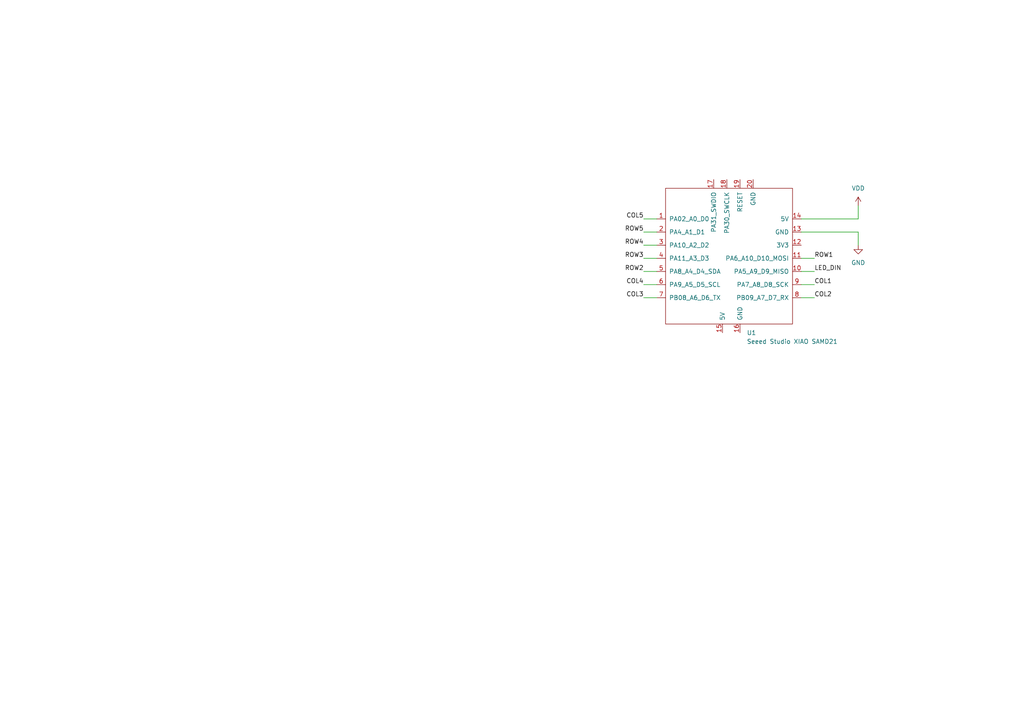
<source format=kicad_sch>
(kicad_sch (version 20230121) (generator eeschema)

  (uuid 840f7b04-4399-48d9-bedd-df8478aeb03d)

  (paper "A4")

  (lib_symbols
    (symbol "Seeed_Studio_XIAO_Series:Seeed Studio XIAO SAMD21" (pin_names (offset 1.016)) (in_bom yes) (on_board yes)
      (property "Reference" "U" (at -19.05 22.86 0)
        (effects (font (size 1.27 1.27)))
      )
      (property "Value" "Seeed Studio XIAO SAMD21" (at -12.7 21.59 0)
        (effects (font (size 1.27 1.27)))
      )
      (property "Footprint" "" (at -8.89 5.08 0)
        (effects (font (size 1.27 1.27)) hide)
      )
      (property "Datasheet" "" (at -8.89 5.08 0)
        (effects (font (size 1.27 1.27)) hide)
      )
      (symbol "Seeed Studio XIAO SAMD21_0_1"
        (rectangle (start -19.05 20.32) (end 17.78 -19.05)
          (stroke (width 0) (type default))
          (fill (type none))
        )
      )
      (symbol "Seeed Studio XIAO SAMD21_1_1"
        (pin unspecified line (at -21.59 11.43 0) (length 2.54)
          (name "PA02_A0_D0" (effects (font (size 1.27 1.27))))
          (number "1" (effects (font (size 1.27 1.27))))
        )
        (pin unspecified line (at 20.32 -3.81 180) (length 2.54)
          (name "PA5_A9_D9_MISO" (effects (font (size 1.27 1.27))))
          (number "10" (effects (font (size 1.27 1.27))))
        )
        (pin unspecified line (at 20.32 0 180) (length 2.54)
          (name "PA6_A10_D10_MOSI" (effects (font (size 1.27 1.27))))
          (number "11" (effects (font (size 1.27 1.27))))
        )
        (pin unspecified line (at 20.32 3.81 180) (length 2.54)
          (name "3V3" (effects (font (size 1.27 1.27))))
          (number "12" (effects (font (size 1.27 1.27))))
        )
        (pin unspecified line (at 20.32 7.62 180) (length 2.54)
          (name "GND" (effects (font (size 1.27 1.27))))
          (number "13" (effects (font (size 1.27 1.27))))
        )
        (pin unspecified line (at 20.32 11.43 180) (length 2.54)
          (name "5V" (effects (font (size 1.27 1.27))))
          (number "14" (effects (font (size 1.27 1.27))))
        )
        (pin input line (at -2.54 -21.59 90) (length 2.54)
          (name "5V" (effects (font (size 1.27 1.27))))
          (number "15" (effects (font (size 1.27 1.27))))
        )
        (pin input line (at 2.54 -21.59 90) (length 2.54)
          (name "GND" (effects (font (size 1.27 1.27))))
          (number "16" (effects (font (size 1.27 1.27))))
        )
        (pin input line (at -5.08 22.86 270) (length 2.54)
          (name "PA31_SWDIO" (effects (font (size 1.27 1.27))))
          (number "17" (effects (font (size 1.27 1.27))))
        )
        (pin input line (at -1.27 22.86 270) (length 2.54)
          (name "PA30_SWCLK" (effects (font (size 1.27 1.27))))
          (number "18" (effects (font (size 1.27 1.27))))
        )
        (pin input line (at 2.54 22.86 270) (length 2.54)
          (name "RESET" (effects (font (size 1.27 1.27))))
          (number "19" (effects (font (size 1.27 1.27))))
        )
        (pin unspecified line (at -21.59 7.62 0) (length 2.54)
          (name "PA4_A1_D1" (effects (font (size 1.27 1.27))))
          (number "2" (effects (font (size 1.27 1.27))))
        )
        (pin input line (at 6.35 22.86 270) (length 2.54)
          (name "GND" (effects (font (size 1.27 1.27))))
          (number "20" (effects (font (size 1.27 1.27))))
        )
        (pin unspecified line (at -21.59 3.81 0) (length 2.54)
          (name "PA10_A2_D2" (effects (font (size 1.27 1.27))))
          (number "3" (effects (font (size 1.27 1.27))))
        )
        (pin unspecified line (at -21.59 0 0) (length 2.54)
          (name "PA11_A3_D3" (effects (font (size 1.27 1.27))))
          (number "4" (effects (font (size 1.27 1.27))))
        )
        (pin unspecified line (at -21.59 -3.81 0) (length 2.54)
          (name "PA8_A4_D4_SDA" (effects (font (size 1.27 1.27))))
          (number "5" (effects (font (size 1.27 1.27))))
        )
        (pin unspecified line (at -21.59 -7.62 0) (length 2.54)
          (name "PA9_A5_D5_SCL" (effects (font (size 1.27 1.27))))
          (number "6" (effects (font (size 1.27 1.27))))
        )
        (pin unspecified line (at -21.59 -11.43 0) (length 2.54)
          (name "PB08_A6_D6_TX" (effects (font (size 1.27 1.27))))
          (number "7" (effects (font (size 1.27 1.27))))
        )
        (pin unspecified line (at 20.32 -11.43 180) (length 2.54)
          (name "PB09_A7_D7_RX" (effects (font (size 1.27 1.27))))
          (number "8" (effects (font (size 1.27 1.27))))
        )
        (pin unspecified line (at 20.32 -7.62 180) (length 2.54)
          (name "PA7_A8_D8_SCK" (effects (font (size 1.27 1.27))))
          (number "9" (effects (font (size 1.27 1.27))))
        )
      )
    )
    (symbol "easy_keeb:1U_keyswitch" (in_bom yes) (on_board yes)
      (property "Reference" "K" (at 6.35 11.43 0)
        (effects (font (size 1.27 1.27)))
      )
      (property "Value" "" (at -15.24 -1.27 0)
        (effects (font (size 1.27 1.27)))
      )
      (property "Footprint" "easy_keeb:1U_hl" (at -15.24 -1.27 0)
        (effects (font (size 1.27 1.27)) hide)
      )
      (property "Datasheet" "" (at -15.24 -1.27 0)
        (effects (font (size 1.27 1.27)) hide)
      )
      (symbol "1U_keyswitch_0_0"
        (text "RGB" (at -0.254 0.889 0)
          (effects (font (size 0.762 0.762)))
        )
      )
      (symbol "1U_keyswitch_0_1"
        (rectangle (start -7.62 10.16) (end 2.54 0)
          (stroke (width 0.254) (type default))
          (fill (type background))
        )
        (polyline
          (pts
            (xy -1.27 1.524)
            (xy -0.762 1.524)
          )
          (stroke (width 0) (type default))
          (fill (type none))
        )
        (polyline
          (pts
            (xy -1.27 2.54)
            (xy -0.762 2.54)
          )
          (stroke (width 0) (type default))
          (fill (type none))
        )
        (polyline
          (pts
            (xy 2.159 1.524)
            (xy 0.127 1.524)
          )
          (stroke (width 0) (type default))
          (fill (type none))
        )
        (polyline
          (pts
            (xy 2.54 -8.89)
            (xy 5.08 -8.89)
          )
          (stroke (width 0.254) (type default))
          (fill (type none))
        )
        (polyline
          (pts
            (xy 3.81 -6.35)
            (xy 3.81 -8.89)
          )
          (stroke (width 0) (type default))
          (fill (type none))
        )
        (polyline
          (pts
            (xy 8.89 -2.54)
            (xy 8.89 -0.762)
          )
          (stroke (width 0) (type default))
          (fill (type none))
        )
        (polyline
          (pts
            (xy 11.43 -2.54)
            (xy 6.35 -2.54)
          )
          (stroke (width 0) (type default))
          (fill (type none))
        )
        (polyline
          (pts
            (xy -0.254 2.54)
            (xy -1.27 1.524)
            (xy -1.27 2.032)
          )
          (stroke (width 0) (type default))
          (fill (type none))
        )
        (polyline
          (pts
            (xy -0.254 3.556)
            (xy -1.27 2.54)
            (xy -1.27 3.048)
          )
          (stroke (width 0) (type default))
          (fill (type none))
        )
        (polyline
          (pts
            (xy 1.143 4.064)
            (xy 1.143 1.524)
            (xy 1.143 1.016)
          )
          (stroke (width 0) (type default))
          (fill (type none))
        )
        (polyline
          (pts
            (xy 3.81 -6.35)
            (xy 3.81 -3.81)
            (xy 6.35 -3.81)
          )
          (stroke (width 0) (type default))
          (fill (type none))
        )
        (polyline
          (pts
            (xy 2.159 3.556)
            (xy 0.127 3.556)
            (xy 1.143 1.524)
            (xy 2.159 3.556)
          )
          (stroke (width 0) (type default))
          (fill (type none))
        )
        (polyline
          (pts
            (xy 2.54 -6.35)
            (xy 5.08 -6.35)
            (xy 3.81 -8.89)
            (xy 2.54 -6.35)
          )
          (stroke (width 0.254) (type default))
          (fill (type none))
        )
        (circle (center 6.858 -3.81) (radius 0.508)
          (stroke (width 0) (type default))
          (fill (type none))
        )
        (circle (center 10.922 -3.81) (radius 0.508)
          (stroke (width 0) (type default))
          (fill (type none))
        )
      )
      (symbol "1U_keyswitch_1_1"
        (pin power_in line (at -2.54 12.7 270) (length 2.54)
          (name "VDD" (effects (font (size 1.27 1.27))))
          (number "1" (effects (font (size 1.27 1.27))))
        )
        (pin output line (at 5.08 5.08 180) (length 2.54)
          (name "DOUT" (effects (font (size 1.27 1.27))))
          (number "2" (effects (font (size 1.27 1.27))))
        )
        (pin power_in line (at -2.54 -2.54 90) (length 2.54)
          (name "VSS" (effects (font (size 1.27 1.27))))
          (number "3" (effects (font (size 1.27 1.27))))
        )
        (pin input line (at -10.16 5.08 0) (length 2.54)
          (name "DIN" (effects (font (size 1.27 1.27))))
          (number "4" (effects (font (size 1.27 1.27))))
        )
        (pin passive line (at 3.81 -11.43 90) (length 2.54)
          (name "ROW" (effects (font (size 1.27 1.27))))
          (number "5" (effects (font (size 1.27 1.27))))
        )
        (pin passive line (at 13.97 -3.81 180) (length 2.54)
          (name "COL" (effects (font (size 1.27 1.27))))
          (number "6" (effects (font (size 1.27 1.27))))
        )
      )
    )
    (symbol "power:GND" (power) (pin_names (offset 0)) (in_bom yes) (on_board yes)
      (property "Reference" "#PWR" (at 0 -6.35 0)
        (effects (font (size 1.27 1.27)) hide)
      )
      (property "Value" "GND" (at 0 -3.81 0)
        (effects (font (size 1.27 1.27)))
      )
      (property "Footprint" "" (at 0 0 0)
        (effects (font (size 1.27 1.27)) hide)
      )
      (property "Datasheet" "" (at 0 0 0)
        (effects (font (size 1.27 1.27)) hide)
      )
      (property "ki_keywords" "global power" (at 0 0 0)
        (effects (font (size 1.27 1.27)) hide)
      )
      (property "ki_description" "Power symbol creates a global label with name \"GND\" , ground" (at 0 0 0)
        (effects (font (size 1.27 1.27)) hide)
      )
      (symbol "GND_0_1"
        (polyline
          (pts
            (xy 0 0)
            (xy 0 -1.27)
            (xy 1.27 -1.27)
            (xy 0 -2.54)
            (xy -1.27 -1.27)
            (xy 0 -1.27)
          )
          (stroke (width 0) (type default))
          (fill (type none))
        )
      )
      (symbol "GND_1_1"
        (pin power_in line (at 0 0 270) (length 0) hide
          (name "GND" (effects (font (size 1.27 1.27))))
          (number "1" (effects (font (size 1.27 1.27))))
        )
      )
    )
    (symbol "power:VDD" (power) (pin_names (offset 0)) (in_bom yes) (on_board yes)
      (property "Reference" "#PWR" (at 0 -3.81 0)
        (effects (font (size 1.27 1.27)) hide)
      )
      (property "Value" "VDD" (at 0 3.81 0)
        (effects (font (size 1.27 1.27)))
      )
      (property "Footprint" "" (at 0 0 0)
        (effects (font (size 1.27 1.27)) hide)
      )
      (property "Datasheet" "" (at 0 0 0)
        (effects (font (size 1.27 1.27)) hide)
      )
      (property "ki_keywords" "global power" (at 0 0 0)
        (effects (font (size 1.27 1.27)) hide)
      )
      (property "ki_description" "Power symbol creates a global label with name \"VDD\"" (at 0 0 0)
        (effects (font (size 1.27 1.27)) hide)
      )
      (symbol "VDD_0_1"
        (polyline
          (pts
            (xy -0.762 1.27)
            (xy 0 2.54)
          )
          (stroke (width 0) (type default))
          (fill (type none))
        )
        (polyline
          (pts
            (xy 0 0)
            (xy 0 2.54)
          )
          (stroke (width 0) (type default))
          (fill (type none))
        )
        (polyline
          (pts
            (xy 0 2.54)
            (xy 0.762 1.27)
          )
          (stroke (width 0) (type default))
          (fill (type none))
        )
      )
      (symbol "VDD_1_1"
        (pin power_in line (at 0 0 90) (length 0) hide
          (name "VDD" (effects (font (size 1.27 1.27))))
          (number "1" (effects (font (size 1.27 1.27))))
        )
      )
    )
  )

  (junction (at 388.62 62.23) (diameter 0) (color 0 0 0 0)
    (uuid 15fa02f5-b27c-4e44-a1bc-2ec94af91ae9)
  )
  (junction (at 480.06 97.79) (diameter 0) (color 0 0 0 0)
    (uuid 253df9a6-5d52-4839-839a-60f900767577)
  )
  (junction (at 430.53 142.1888) (diameter 0) (color 0 0 0 0)
    (uuid 27c7a89a-3a45-4f29-aa1a-f2cf3be09af8)
  )
  (junction (at 480.06 26.67) (diameter 0) (color 0 0 0 0)
    (uuid 2880c1c4-950d-44dc-994d-c1a19fbd858c)
  )
  (junction (at 480.06 133.35) (diameter 0) (color 0 0 0 0)
    (uuid 303aa02b-4470-4911-a012-e21aace198c2)
  )
  (junction (at 419.1 97.79) (diameter 0) (color 0 0 0 0)
    (uuid 30a65c75-a600-4e4c-adf6-2caaf2d5a1f7)
  )
  (junction (at 461.01 71.12) (diameter 0) (color 0 0 0 0)
    (uuid 35ece886-35de-44ac-874f-211724868297)
  )
  (junction (at 461.01 142.24) (diameter 0) (color 0 0 0 0)
    (uuid 41de9f8e-d267-4c7e-9a4e-3ab4670d70e9)
  )
  (junction (at 388.62 133.35) (diameter 0) (color 0 0 0 0)
    (uuid 562c5077-c09b-4f12-a790-83c34def2b70)
  )
  (junction (at 438.15 177.7488) (diameter 0) (color 0 0 0 0)
    (uuid 58029537-014d-46c7-a73f-0aca9fc8d03e)
  )
  (junction (at 358.14 97.79) (diameter 0) (color 0 0 0 0)
    (uuid 594c958d-8c44-482a-9ebd-02af463f7048)
  )
  (junction (at 346.71 35.56) (diameter 0) (color 0 0 0 0)
    (uuid 5cb94590-5905-4c5a-b7bc-9950454ae9ce)
  )
  (junction (at 358.14 26.67) (diameter 0) (color 0 0 0 0)
    (uuid 6073beff-7710-4eff-8410-03f4eda625e9)
  )
  (junction (at 388.62 97.79) (diameter 0) (color 0 0 0 0)
    (uuid 6fdce963-64e3-4c1d-8f71-56998bc78989)
  )
  (junction (at 430.53 71.0688) (diameter 0) (color 0 0 0 0)
    (uuid 7087ae6e-15a5-490b-ba0c-6820f3eb5817)
  )
  (junction (at 419.1 62.23) (diameter 0) (color 0 0 0 0)
    (uuid 71c423fa-3452-4e29-bf3a-25b1df78b672)
  )
  (junction (at 400.05 142.1888) (diameter 0) (color 0 0 0 0)
    (uuid 756a3a33-dd91-44e7-8809-9955f61fa46b)
  )
  (junction (at 407.67 177.7488) (diameter 0) (color 0 0 0 0)
    (uuid 7e8b1b3e-52b4-4783-b5ab-b534069039cf)
  )
  (junction (at 449.58 97.79) (diameter 0) (color 0 0 0 0)
    (uuid 82c5555b-2f8a-4a23-9b5b-55c9749cde00)
  )
  (junction (at 377.19 177.8) (diameter 0) (color 0 0 0 0)
    (uuid 89cde739-f92a-4f73-bc0e-0909736367a1)
  )
  (junction (at 449.58 133.35) (diameter 0) (color 0 0 0 0)
    (uuid 8cb9564b-f850-42ef-97ae-bcd7311b7ea7)
  )
  (junction (at 438.15 106.6288) (diameter 0) (color 0 0 0 0)
    (uuid 96a88e18-878f-4bfb-b166-c50d2d5e28c9)
  )
  (junction (at 438.15 35.5088) (diameter 0) (color 0 0 0 0)
    (uuid 9d57b089-075f-431d-98f1-a747ec4de84b)
  )
  (junction (at 400.05 71.0688) (diameter 0) (color 0 0 0 0)
    (uuid accc4392-216a-4ef1-abc1-bba64c25e215)
  )
  (junction (at 388.62 26.67) (diameter 0) (color 0 0 0 0)
    (uuid adbeb437-a98d-48a6-943d-5ce888a442f0)
  )
  (junction (at 346.71 177.8) (diameter 0) (color 0 0 0 0)
    (uuid c2437b89-343d-4b49-bb99-af02865d4d2c)
  )
  (junction (at 449.58 62.23) (diameter 0) (color 0 0 0 0)
    (uuid c9101b84-be5b-4f72-be48-2e200ae3e252)
  )
  (junction (at 346.71 106.68) (diameter 0) (color 0 0 0 0)
    (uuid cacb1ad6-78d5-4871-af7e-07cb121ee291)
  )
  (junction (at 377.19 35.56) (diameter 0) (color 0 0 0 0)
    (uuid d6554dff-6f29-4ae7-87ac-6138675122ba)
  )
  (junction (at 419.1 133.35) (diameter 0) (color 0 0 0 0)
    (uuid d842c7bd-e66c-451d-b820-a4bd142397d5)
  )
  (junction (at 407.67 106.6288) (diameter 0) (color 0 0 0 0)
    (uuid d8cc31e6-0f83-4fb5-8418-e2ec40716af1)
  )
  (junction (at 358.14 133.35) (diameter 0) (color 0 0 0 0)
    (uuid d9ebc384-29fc-4ad2-b82f-5e6c7a760f0e)
  )
  (junction (at 358.14 62.23) (diameter 0) (color 0 0 0 0)
    (uuid ebf273cf-87b6-4549-bf01-fb5e2929ba6e)
  )
  (junction (at 480.06 62.23) (diameter 0) (color 0 0 0 0)
    (uuid ec063ed2-c475-4393-88d4-ecc7ea86098b)
  )
  (junction (at 449.58 26.67) (diameter 0) (color 0 0 0 0)
    (uuid ec1ff318-20e6-44dc-9e18-80838e02b457)
  )
  (junction (at 491.49 71.12) (diameter 0) (color 0 0 0 0)
    (uuid ee1a3511-f3ec-40fd-ac16-1c559e429f59)
  )
  (junction (at 491.49 142.24) (diameter 0) (color 0 0 0 0)
    (uuid ef1abe92-a2ee-456b-910a-6bae27299078)
  )
  (junction (at 377.19 106.68) (diameter 0) (color 0 0 0 0)
    (uuid f2b74fb3-1e9d-4991-b422-a147898e5deb)
  )

  (wire (pts (xy 330.2 124.46) (xy 330.2 160.02))
    (stroke (width 0) (type default))
    (uuid 0040b990-b26b-45b9-8e3e-73d28dea5b3a)
  )
  (wire (pts (xy 346.71 106.68) (xy 377.19 106.68))
    (stroke (width 0) (type default))
    (uuid 00a1f457-ee86-4dde-b428-64031dbfebef)
  )
  (wire (pts (xy 356.87 26.67) (xy 358.14 26.67))
    (stroke (width 0) (type default))
    (uuid 00ee7de3-703e-4b1c-8e71-13823259fd21)
  )
  (wire (pts (xy 370.84 7.62) (xy 370.84 10.16))
    (stroke (width 0) (type default))
    (uuid 028db622-e716-4f63-9d17-3b56fa673ea4)
  )
  (wire (pts (xy 407.67 106.6288) (xy 407.67 106.68))
    (stroke (width 0) (type default))
    (uuid 06f056f5-66e0-4c42-bc22-0a87c9d3b0fb)
  )
  (wire (pts (xy 491.49 69.85) (xy 491.49 71.12))
    (stroke (width 0) (type default))
    (uuid 07137baa-1b83-4e1b-8853-fe08d9f38b6a)
  )
  (wire (pts (xy 481.33 62.23) (xy 480.06 62.23))
    (stroke (width 0) (type default))
    (uuid 08e70cd8-49d9-4c64-8c80-f4cb48b9f2b1)
  )
  (wire (pts (xy 430.53 140.97) (xy 430.53 142.1888))
    (stroke (width 0) (type default))
    (uuid 09edc418-d632-4137-86fd-d93464ec8054)
  )
  (wire (pts (xy 508 124.46) (xy 508 88.9))
    (stroke (width 0) (type default))
    (uuid 0be4f9b5-c21f-4ebf-832a-23518639c547)
  )
  (wire (pts (xy 478.79 26.67) (xy 480.06 26.67))
    (stroke (width 0) (type default))
    (uuid 0cee2145-c46a-4bed-9440-bb14e16a8188)
  )
  (wire (pts (xy 400.05 142.1888) (xy 400.05 140.97))
    (stroke (width 0) (type default))
    (uuid 0d3be16b-268d-4778-bf42-90b4a88292e5)
  )
  (wire (pts (xy 420.37 62.23) (xy 419.1 62.23))
    (stroke (width 0) (type default))
    (uuid 0da7db88-15a0-484a-b4dc-fffba3d81762)
  )
  (wire (pts (xy 419.1 133.35) (xy 419.1 168.91))
    (stroke (width 0) (type default))
    (uuid 111eadef-8c27-445f-a1a9-9ea50d108ccb)
  )
  (wire (pts (xy 407.67 177.7488) (xy 407.67 177.8))
    (stroke (width 0) (type default))
    (uuid 1305723d-e6a4-4028-a817-1cdab384a016)
  )
  (wire (pts (xy 461.01 142.24) (xy 430.53 142.24))
    (stroke (width 0) (type default))
    (uuid 1313744b-6095-402c-a62e-c3a1176f59b9)
  )
  (wire (pts (xy 388.62 62.23) (xy 388.62 97.79))
    (stroke (width 0) (type default))
    (uuid 135fdbb5-84ff-419b-aee7-c5345e570d3a)
  )
  (wire (pts (xy 469.9 88.9) (xy 508 88.9))
    (stroke (width 0) (type default))
    (uuid 13615fff-afde-4931-aebe-00b6c29cd236)
  )
  (wire (pts (xy 401.32 78.74) (xy 401.32 81.28))
    (stroke (width 0) (type default))
    (uuid 136621fb-2bdd-4e09-8d0a-e2a9ae0d6f50)
  )
  (wire (pts (xy 462.28 7.62) (xy 462.28 10.16))
    (stroke (width 0) (type default))
    (uuid 17a1bba6-db2d-48b9-8af9-2adde3582f84)
  )
  (wire (pts (xy 448.31 168.91) (xy 449.58 168.91))
    (stroke (width 0) (type default))
    (uuid 1973113f-05a8-4025-b2e9-fe9908c69398)
  )
  (wire (pts (xy 232.41 82.55) (xy 236.22 82.55))
    (stroke (width 0) (type default))
    (uuid 1ab04a17-954d-4835-8403-6aacdfe2f297)
  )
  (wire (pts (xy 419.1 62.23) (xy 419.1 97.79))
    (stroke (width 0) (type default))
    (uuid 1b6ae1bd-cd0e-4d78-a86b-51475c6a8a01)
  )
  (wire (pts (xy 347.98 160.02) (xy 363.22 160.02))
    (stroke (width 0) (type default))
    (uuid 1b8029b6-517c-49c4-9dde-734e0acef403)
  )
  (wire (pts (xy 491.49 142.24) (xy 461.01 142.24))
    (stroke (width 0) (type default))
    (uuid 1c8d951e-b133-437f-b493-417a112ec484)
  )
  (wire (pts (xy 438.15 177.7488) (xy 468.63 177.7488))
    (stroke (width 0) (type default))
    (uuid 1db704f2-09a1-47b0-8493-3e1cdefa403c)
  )
  (wire (pts (xy 347.98 88.9) (xy 363.22 88.9))
    (stroke (width 0) (type default))
    (uuid 1e603c32-3d09-460e-8962-994951e01088)
  )
  (wire (pts (xy 358.14 26.67) (xy 358.14 62.23))
    (stroke (width 0) (type default))
    (uuid 1f88a1c4-3c3b-48d6-87ab-7f74602eb901)
  )
  (wire (pts (xy 480.06 62.23) (xy 480.06 97.79))
    (stroke (width 0) (type default))
    (uuid 21639fd0-4d71-46fe-b960-ada4f8966c02)
  )
  (wire (pts (xy 491.49 140.97) (xy 491.49 142.24))
    (stroke (width 0) (type default))
    (uuid 21867f07-745d-4000-8cdc-6f6352d93288)
  )
  (wire (pts (xy 431.8 167.64) (xy 431.8 170.18))
    (stroke (width 0) (type default))
    (uuid 21923a42-ab12-40ec-a56d-651f38bfbadd)
  )
  (wire (pts (xy 330.2 53.34) (xy 368.3 53.34))
    (stroke (width 0) (type default))
    (uuid 26176c70-a650-450b-885d-68363447be08)
  )
  (wire (pts (xy 462.28 167.64) (xy 462.28 170.18))
    (stroke (width 0) (type default))
    (uuid 268f79e7-613c-4fc3-899a-2f04d27a5797)
  )
  (wire (pts (xy 468.63 177.7488) (xy 468.63 176.53))
    (stroke (width 0) (type default))
    (uuid 28278593-105f-416e-8a7a-f67c4fca0598)
  )
  (wire (pts (xy 497.84 114.3) (xy 497.84 116.84))
    (stroke (width 0) (type default))
    (uuid 28e01cb8-20d0-4875-b150-e1fc9f3d2326)
  )
  (wire (pts (xy 400.05 71.0688) (xy 369.57 71.0688))
    (stroke (width 0) (type default))
    (uuid 29b80168-09b0-4bd1-a817-5f91ce480cc1)
  )
  (wire (pts (xy 480.06 26.67) (xy 480.06 62.23))
    (stroke (width 0) (type default))
    (uuid 2d11cd24-7f86-49e9-9779-ff4d25439417)
  )
  (wire (pts (xy 461.01 142.24) (xy 461.01 140.97))
    (stroke (width 0) (type default))
    (uuid 331302ae-03c2-4589-b21c-12a721639217)
  )
  (wire (pts (xy 346.71 34.29) (xy 346.71 35.56))
    (stroke (width 0) (type default))
    (uuid 34464ddf-4a1c-4ac6-a7fc-0ec6d8ee983f)
  )
  (wire (pts (xy 407.67 105.41) (xy 407.67 106.6288))
    (stroke (width 0) (type default))
    (uuid 34d0b9ad-e9ff-4353-b50b-b2fe200e990c)
  )
  (wire (pts (xy 468.63 106.6288) (xy 468.63 105.41))
    (stroke (width 0) (type default))
    (uuid 34da8adf-d003-4180-a2d3-d3c8ea7c0e43)
  )
  (wire (pts (xy 356.87 168.91) (xy 358.14 168.91))
    (stroke (width 0) (type default))
    (uuid 34f7065e-d6e1-4f56-8445-ce58badf7299)
  )
  (wire (pts (xy 378.46 17.78) (xy 424.18 17.78))
    (stroke (width 0) (type default))
    (uuid 3609ac62-7677-4cff-afe5-96812eae622b)
  )
  (wire (pts (xy 438.15 106.6288) (xy 438.15 105.41))
    (stroke (width 0) (type default))
    (uuid 37ba0bc9-5fca-448b-a221-19aba51a3523)
  )
  (wire (pts (xy 436.88 132.08) (xy 436.88 134.62))
    (stroke (width 0) (type default))
    (uuid 3927f4f9-9ad1-4d52-944c-4d73d6185a03)
  )
  (wire (pts (xy 330.2 17.78) (xy 332.74 17.78))
    (stroke (width 0) (type default))
    (uuid 396bb7b4-4858-4a15-b88e-3099a64cfbad)
  )
  (wire (pts (xy 370.84 25.4) (xy 370.84 27.94))
    (stroke (width 0) (type default))
    (uuid 3a8e451a-b625-46db-b822-efe41e891764)
  )
  (wire (pts (xy 439.42 17.78) (xy 454.66 17.78))
    (stroke (width 0) (type default))
    (uuid 3b2e8a44-de80-47f7-8d48-eae3ee114b94)
  )
  (wire (pts (xy 439.42 88.9) (xy 454.66 88.9))
    (stroke (width 0) (type default))
    (uuid 3b8d0933-46e7-4f35-9cb8-31211a6b9ae3)
  )
  (wire (pts (xy 467.36 114.3) (xy 467.36 116.84))
    (stroke (width 0) (type default))
    (uuid 3d1d3f88-9a3e-47ca-9e93-1f370c61c43a)
  )
  (wire (pts (xy 232.41 78.74) (xy 236.22 78.74))
    (stroke (width 0) (type default))
    (uuid 3d1f5a4e-714e-45ea-a48b-b7709e311fe3)
  )
  (wire (pts (xy 406.4 132.08) (xy 406.4 134.62))
    (stroke (width 0) (type default))
    (uuid 3d6a0d38-b988-455b-86a1-9fdd5f6e9a49)
  )
  (wire (pts (xy 375.92 114.3) (xy 375.92 116.84))
    (stroke (width 0) (type default))
    (uuid 3ea124f9-f223-42d7-b625-9d4dfc6c61e2)
  )
  (wire (pts (xy 449.58 5.08) (xy 449.58 26.67))
    (stroke (width 0) (type default))
    (uuid 41e6b3d2-09b0-4d15-82d4-ef6d58dfb843)
  )
  (wire (pts (xy 359.41 133.35) (xy 358.14 133.35))
    (stroke (width 0) (type default))
    (uuid 447dfebe-ee4e-4c73-9751-d53f0e2cf567)
  )
  (wire (pts (xy 436.88 43.18) (xy 436.88 45.72))
    (stroke (width 0) (type default))
    (uuid 44ddfc80-3982-4fe5-bc6c-2357b531dc27)
  )
  (wire (pts (xy 186.69 86.36) (xy 190.5 86.36))
    (stroke (width 0) (type default))
    (uuid 44e97fdf-49da-498c-bf0a-cec1123f65d3)
  )
  (wire (pts (xy 378.46 88.9) (xy 393.7 88.9))
    (stroke (width 0) (type default))
    (uuid 4579aff7-b814-4d2f-a444-14df42a060f1)
  )
  (wire (pts (xy 340.36 7.62) (xy 340.36 10.16))
    (stroke (width 0) (type default))
    (uuid 45c83e61-3477-4b1d-82ab-342cd4fffed8)
  )
  (wire (pts (xy 408.94 160.02) (xy 424.18 160.02))
    (stroke (width 0) (type default))
    (uuid 4672df8b-1380-48c4-aa8b-22d2c003d89e)
  )
  (wire (pts (xy 448.31 97.79) (xy 449.58 97.79))
    (stroke (width 0) (type default))
    (uuid 46e85c87-7883-4747-b2fe-874840b4a6b4)
  )
  (wire (pts (xy 449.58 97.79) (xy 449.58 133.35))
    (stroke (width 0) (type default))
    (uuid 494e468b-3527-4f8c-a7f1-82261f79fba5)
  )
  (wire (pts (xy 497.84 60.96) (xy 497.84 63.5))
    (stroke (width 0) (type default))
    (uuid 495fbc40-ca2a-4e4f-b182-e05df1137bc2)
  )
  (wire (pts (xy 346.71 105.41) (xy 346.71 106.68))
    (stroke (width 0) (type default))
    (uuid 49f34f19-f101-4819-8ab7-8f42a3b5d79a)
  )
  (wire (pts (xy 508 53.34) (xy 508 17.78))
    (stroke (width 0) (type default))
    (uuid 49f8eefe-7c82-4f0b-8d40-05210958dcfe)
  )
  (wire (pts (xy 389.89 62.23) (xy 388.62 62.23))
    (stroke (width 0) (type default))
    (uuid 4c448d1c-c292-4982-b2bd-ea9cafd610f4)
  )
  (wire (pts (xy 417.83 97.79) (xy 419.1 97.79))
    (stroke (width 0) (type default))
    (uuid 4ecb7a47-2c35-4f54-8c24-e801e7254072)
  )
  (wire (pts (xy 480.06 97.79) (xy 480.06 133.35))
    (stroke (width 0) (type default))
    (uuid 5040d867-b7c2-4458-91fa-3653344c6591)
  )
  (wire (pts (xy 400.05 71.0688) (xy 400.05 69.85))
    (stroke (width 0) (type default))
    (uuid 5080f393-3085-4248-9920-749507787f47)
  )
  (wire (pts (xy 375.92 60.96) (xy 375.92 63.5))
    (stroke (width 0) (type default))
    (uuid 51b3495f-8424-4fcc-bead-2224415917c8)
  )
  (wire (pts (xy 408.94 88.9) (xy 424.18 88.9))
    (stroke (width 0) (type default))
    (uuid 51c0d5d0-e397-4876-8d8b-2b20925c1fc6)
  )
  (wire (pts (xy 438.15 35.56) (xy 438.15 35.5088))
    (stroke (width 0) (type default))
    (uuid 51e5985d-97ab-46c9-a614-931d042e3ad5)
  )
  (wire (pts (xy 461.01 71.12) (xy 461.01 69.85))
    (stroke (width 0) (type default))
    (uuid 56b9b4c1-19bf-48fa-b300-d6973d5d0c17)
  )
  (wire (pts (xy 387.35 26.67) (xy 388.62 26.67))
    (stroke (width 0) (type default))
    (uuid 577d417d-29c5-4863-ab55-dd446009fbfa)
  )
  (wire (pts (xy 462.28 149.86) (xy 462.28 152.4))
    (stroke (width 0) (type default))
    (uuid 57d47e92-c31f-4f77-a5a9-9b9d7801289a)
  )
  (wire (pts (xy 449.58 133.35) (xy 449.58 168.91))
    (stroke (width 0) (type default))
    (uuid 57fe5db2-7ca4-4095-b427-bc100677751a)
  )
  (wire (pts (xy 461.01 71.12) (xy 430.53 71.12))
    (stroke (width 0) (type default))
    (uuid 58087b5f-9c31-4214-96c0-25309f57b6b2)
  )
  (wire (pts (xy 377.19 35.56) (xy 438.15 35.56))
    (stroke (width 0) (type default))
    (uuid 598dbbc1-050a-4dfa-b1ee-67f86366c220)
  )
  (wire (pts (xy 248.92 67.31) (xy 248.92 71.12))
    (stroke (width 0) (type default))
    (uuid 5a8df3c7-cd7d-4b4c-990a-7d7edd405002)
  )
  (wire (pts (xy 359.41 62.23) (xy 358.14 62.23))
    (stroke (width 0) (type default))
    (uuid 5b91e164-ef85-48aa-8830-b5b1aa05946e)
  )
  (wire (pts (xy 467.36 132.08) (xy 467.36 134.62))
    (stroke (width 0) (type default))
    (uuid 5faaf9da-1f12-40f2-9042-baafa0fb4807)
  )
  (wire (pts (xy 186.69 71.12) (xy 190.5 71.12))
    (stroke (width 0) (type default))
    (uuid 60408120-fff8-4ec9-b83f-f926399edcfe)
  )
  (wire (pts (xy 430.53 142.1888) (xy 400.05 142.1888))
    (stroke (width 0) (type default))
    (uuid 60b50558-232a-4384-8a48-078bdf9430ed)
  )
  (wire (pts (xy 340.36 167.64) (xy 340.36 170.18))
    (stroke (width 0) (type default))
    (uuid 618de171-9268-4b58-a732-42667c18a1bf)
  )
  (wire (pts (xy 340.36 78.74) (xy 340.36 81.28))
    (stroke (width 0) (type default))
    (uuid 637fda40-5ce5-433f-a79d-d3e534649a48)
  )
  (wire (pts (xy 438.15 35.5088) (xy 438.15 34.29))
    (stroke (width 0) (type default))
    (uuid 64496d5f-7266-4bb0-a946-bd13d43420e9)
  )
  (wire (pts (xy 462.28 25.4) (xy 462.28 27.94))
    (stroke (width 0) (type default))
    (uuid 6498771b-ce04-41ce-8ba5-a174b8d1e2ed)
  )
  (wire (pts (xy 377.19 35.56) (xy 377.19 34.29))
    (stroke (width 0) (type default))
    (uuid 66280793-1410-4ea9-a5a0-8a25aa7c3eb8)
  )
  (wire (pts (xy 420.37 133.35) (xy 419.1 133.35))
    (stroke (width 0) (type default))
    (uuid 663177e7-d362-4c35-9050-45c84f949cc3)
  )
  (wire (pts (xy 469.9 17.78) (xy 508 17.78))
    (stroke (width 0) (type default))
    (uuid 665ea483-6090-47b2-9d06-de6316a31a39)
  )
  (wire (pts (xy 330.2 106.68) (xy 346.71 106.68))
    (stroke (width 0) (type default))
    (uuid 665f0ab4-4fae-4e4a-9ac2-977832133657)
  )
  (wire (pts (xy 340.36 25.4) (xy 340.36 27.94))
    (stroke (width 0) (type default))
    (uuid 666b7a80-dccc-48f9-9e6a-5764cfe634b1)
  )
  (wire (pts (xy 429.26 53.34) (xy 414.02 53.34))
    (stroke (width 0) (type default))
    (uuid 66b229bc-2545-4540-a14e-a3d9ff91e5ba)
  )
  (wire (pts (xy 419.1 5.08) (xy 419.1 62.23))
    (stroke (width 0) (type default))
    (uuid 693dc780-c00d-44c8-bb5d-d19fcfe04732)
  )
  (wire (pts (xy 449.58 26.67) (xy 449.58 62.23))
    (stroke (width 0) (type default))
    (uuid 6c8a0467-a6dd-4e7b-8c6c-9744d1a381e5)
  )
  (wire (pts (xy 358.14 97.79) (xy 358.14 133.35))
    (stroke (width 0) (type default))
    (uuid 6cfe81a9-925b-4d00-a9d5-e38b77b1e49a)
  )
  (wire (pts (xy 369.57 71.0688) (xy 369.57 69.85))
    (stroke (width 0) (type default))
    (uuid 6d7e87e4-652e-4ac4-88a1-08b06144a277)
  )
  (wire (pts (xy 481.33 133.35) (xy 480.06 133.35))
    (stroke (width 0) (type default))
    (uuid 6f4f36cd-2556-441b-919c-46b1fa6058aa)
  )
  (wire (pts (xy 346.71 176.53) (xy 346.71 177.8))
    (stroke (width 0) (type default))
    (uuid 73ba1a39-8a18-483d-8f46-d2212135e890)
  )
  (wire (pts (xy 431.8 7.62) (xy 431.8 10.16))
    (stroke (width 0) (type default))
    (uuid 7594297e-6bed-4a8f-ba52-0dc427e3522a)
  )
  (wire (pts (xy 462.28 78.74) (xy 462.28 81.28))
    (stroke (width 0) (type default))
    (uuid 78e570f8-3dd8-4075-94d7-619cd7951282)
  )
  (wire (pts (xy 401.32 96.52) (xy 401.32 99.06))
    (stroke (width 0) (type default))
    (uuid 7b57d55f-89af-43bd-8d79-c82cb4f51554)
  )
  (wire (pts (xy 436.88 60.96) (xy 436.88 63.5))
    (stroke (width 0) (type default))
    (uuid 7b5aee66-cb64-41f9-9eee-a4457d553d47)
  )
  (wire (pts (xy 370.84 78.74) (xy 370.84 81.28))
    (stroke (width 0) (type default))
    (uuid 7f0e3328-5336-4b66-9570-ff5bcf702e51)
  )
  (wire (pts (xy 401.32 149.86) (xy 401.32 152.4))
    (stroke (width 0) (type default))
    (uuid 7f4b4a69-8a7a-46fa-9cfb-2d323617c525)
  )
  (wire (pts (xy 375.92 43.18) (xy 375.92 45.72))
    (stroke (width 0) (type default))
    (uuid 810a7444-36ad-4857-a5b9-a6b06638ae0d)
  )
  (wire (pts (xy 186.69 78.74) (xy 190.5 78.74))
    (stroke (width 0) (type default))
    (uuid 84f7748b-3d43-49a7-9c02-dc2554ae741f)
  )
  (wire (pts (xy 346.71 177.8) (xy 377.19 177.8))
    (stroke (width 0) (type default))
    (uuid 8995b257-5f31-4249-8600-f70758350140)
  )
  (wire (pts (xy 480.06 133.35) (xy 480.06 168.91))
    (stroke (width 0) (type default))
    (uuid 8ae052df-b511-4c4a-9ac2-15c19c4d1012)
  )
  (wire (pts (xy 389.89 133.35) (xy 388.62 133.35))
    (stroke (width 0) (type default))
    (uuid 8ca7d166-c2fc-46f9-9c5b-c1f93873fa20)
  )
  (wire (pts (xy 232.41 63.5) (xy 248.92 63.5))
    (stroke (width 0) (type default))
    (uuid 8cf329eb-8f07-47b9-903d-829599a0beb8)
  )
  (wire (pts (xy 497.84 132.08) (xy 497.84 134.62))
    (stroke (width 0) (type default))
    (uuid 8e0cd051-3b6e-44eb-a51e-4bebe756d002)
  )
  (wire (pts (xy 478.79 168.91) (xy 480.06 168.91))
    (stroke (width 0) (type default))
    (uuid 8e3c31b2-c2a6-4f82-9114-32b4b7325cd2)
  )
  (wire (pts (xy 330.2 35.56) (xy 346.71 35.56))
    (stroke (width 0) (type default))
    (uuid 8fa243c1-99fc-4c31-b722-55bacf43a134)
  )
  (wire (pts (xy 407.67 176.53) (xy 407.67 177.7488))
    (stroke (width 0) (type default))
    (uuid 8ff5a574-2c4b-46fc-9803-87162a323421)
  )
  (wire (pts (xy 356.87 97.79) (xy 358.14 97.79))
    (stroke (width 0) (type default))
    (uuid 925b4421-b7c3-4764-94c7-d337916a9b01)
  )
  (wire (pts (xy 467.36 43.18) (xy 467.36 45.72))
    (stroke (width 0) (type default))
    (uuid 933f56c0-e8b0-4dd6-89e4-d2fb07ec3c53)
  )
  (wire (pts (xy 480.06 5.08) (xy 480.06 26.67))
    (stroke (width 0) (type default))
    (uuid 93fd02ad-c1b1-4f33-9759-becc58e115d3)
  )
  (wire (pts (xy 438.15 35.5088) (xy 468.63 35.5088))
    (stroke (width 0) (type default))
    (uuid 988358a8-2d52-4c58-99d5-5f03aa33e4d8)
  )
  (wire (pts (xy 490.22 124.46) (xy 474.98 124.46))
    (stroke (width 0) (type default))
    (uuid 9b0535ae-8edb-46ef-90cc-49030ec3f7d2)
  )
  (wire (pts (xy 369.57 142.1888) (xy 369.57 140.97))
    (stroke (width 0) (type default))
    (uuid 9be66a6d-ed28-470e-9e3f-023cf5cdc8b4)
  )
  (wire (pts (xy 370.84 167.64) (xy 370.84 170.18))
    (stroke (width 0) (type default))
    (uuid 9c5f93da-caa9-4ec2-a2d8-e71790dddaa7)
  )
  (wire (pts (xy 248.92 59.69) (xy 248.92 63.5))
    (stroke (width 0) (type default))
    (uuid 9e120874-ebc1-48fc-a3bb-52e4451b0054)
  )
  (wire (pts (xy 330.2 88.9) (xy 332.74 88.9))
    (stroke (width 0) (type default))
    (uuid 9e5c876d-1b1e-4c07-a5e6-6fa4ec370202)
  )
  (wire (pts (xy 387.35 168.91) (xy 388.62 168.91))
    (stroke (width 0) (type default))
    (uuid 9e62defb-668d-48c8-a34c-049cd335a67d)
  )
  (wire (pts (xy 438.15 106.6288) (xy 468.63 106.6288))
    (stroke (width 0) (type default))
    (uuid a03cf91f-c3f4-410a-b3e7-85baa8cdb171)
  )
  (wire (pts (xy 346.71 35.56) (xy 377.19 35.56))
    (stroke (width 0) (type default))
    (uuid a122393f-a63b-4453-99d6-4afbb7e1fba1)
  )
  (wire (pts (xy 377.19 106.68) (xy 407.67 106.68))
    (stroke (width 0) (type default))
    (uuid a57e6ed2-c924-401a-94f7-93c60e9cf5f1)
  )
  (wire (pts (xy 401.32 167.64) (xy 401.32 170.18))
    (stroke (width 0) (type default))
    (uuid a66af92e-cf20-4a27-b008-ed297b62c59c)
  )
  (wire (pts (xy 186.69 63.5) (xy 190.5 63.5))
    (stroke (width 0) (type default))
    (uuid a773321c-93b2-40e9-9709-fdd5598282ca)
  )
  (wire (pts (xy 508 53.34) (xy 505.46 53.34))
    (stroke (width 0) (type default))
    (uuid a9987033-db24-4033-98c2-8c7d40805f9b)
  )
  (wire (pts (xy 347.98 17.78) (xy 363.22 17.78))
    (stroke (width 0) (type default))
    (uuid ab3f7392-eb42-48cc-b2e6-3e09b4f0f745)
  )
  (wire (pts (xy 388.62 133.35) (xy 388.62 168.91))
    (stroke (width 0) (type default))
    (uuid ac5a3788-2b75-42b9-bc66-dedea414647a)
  )
  (wire (pts (xy 370.84 149.86) (xy 370.84 152.4))
    (stroke (width 0) (type default))
    (uuid ad3ae235-981e-4b87-b0c0-d999872d4858)
  )
  (wire (pts (xy 358.14 62.23) (xy 358.14 97.79))
    (stroke (width 0) (type default))
    (uuid add88571-0d4b-4974-ab50-e3a5c70622f6)
  )
  (wire (pts (xy 407.67 106.6288) (xy 438.15 106.6288))
    (stroke (width 0) (type default))
    (uuid addfd3d9-97cd-4e07-b540-669bb4fa4ebe)
  )
  (wire (pts (xy 450.85 133.35) (xy 449.58 133.35))
    (stroke (width 0) (type default))
    (uuid af6c4f38-3f80-4516-8005-8c0225d63dac)
  )
  (wire (pts (xy 497.84 43.18) (xy 497.84 45.72))
    (stroke (width 0) (type default))
    (uuid b54ec63f-1554-4048-9385-166b60221538)
  )
  (wire (pts (xy 387.35 97.79) (xy 388.62 97.79))
    (stroke (width 0) (type default))
    (uuid b58523e4-76d4-445a-a7f1-c054fd877360)
  )
  (wire (pts (xy 439.42 160.02) (xy 454.66 160.02))
    (stroke (width 0) (type default))
    (uuid b596d7c0-ffd9-4a66-ae10-d1b46fa874a5)
  )
  (wire (pts (xy 377.19 177.8) (xy 407.67 177.8))
    (stroke (width 0) (type default))
    (uuid b8d7c5c4-e79a-4c44-9f9c-d0e1d4b43d48)
  )
  (wire (pts (xy 377.19 177.8) (xy 377.19 176.53))
    (stroke (width 0) (type default))
    (uuid b93196c7-7063-4725-beeb-7c9eeacd74ec)
  )
  (wire (pts (xy 406.4 43.18) (xy 406.4 45.72))
    (stroke (width 0) (type default))
    (uuid bb259625-9ed5-48fd-a5a4-de7a04e8f56c)
  )
  (wire (pts (xy 449.58 62.23) (xy 449.58 97.79))
    (stroke (width 0) (type default))
    (uuid bbaf7d40-7aa3-4692-8d2b-0e38fd92126c)
  )
  (wire (pts (xy 490.22 53.34) (xy 474.98 53.34))
    (stroke (width 0) (type default))
    (uuid bbe8714c-dec1-49d1-bcca-5730a5ff6dae)
  )
  (wire (pts (xy 430.53 71.0688) (xy 400.05 71.0688))
    (stroke (width 0) (type default))
    (uuid bf58bff2-bcc6-4883-b2ca-9c82ebb180a8)
  )
  (wire (pts (xy 370.84 96.52) (xy 370.84 99.06))
    (stroke (width 0) (type default))
    (uuid bf6ea6ec-cf9e-40d8-85e0-edee30033970)
  )
  (wire (pts (xy 430.53 71.0688) (xy 430.53 71.12))
    (stroke (width 0) (type default))
    (uuid c01b584b-d5d7-4737-9863-ab4bde09ddce)
  )
  (wire (pts (xy 398.78 124.46) (xy 383.54 124.46))
    (stroke (width 0) (type default))
    (uuid c057a258-2186-4611-b708-d981ab0a85a4)
  )
  (wire (pts (xy 398.78 53.34) (xy 383.54 53.34))
    (stroke (width 0) (type default))
    (uuid c0afedc5-d351-42fd-8bf6-9f7dae65c1d9)
  )
  (wire (pts (xy 448.31 26.67) (xy 449.58 26.67))
    (stroke (width 0) (type default))
    (uuid c1499f69-3c68-4792-bed1-e94bb95671d2)
  )
  (wire (pts (xy 232.41 67.31) (xy 248.92 67.31))
    (stroke (width 0) (type default))
    (uuid c4bcaa53-9100-4d2e-933e-a094dd1c7458)
  )
  (wire (pts (xy 431.8 78.74) (xy 431.8 81.28))
    (stroke (width 0) (type default))
    (uuid c4d71a56-eaa2-4834-b9d9-cce12643dca7)
  )
  (wire (pts (xy 508 71.12) (xy 491.49 71.12))
    (stroke (width 0) (type default))
    (uuid c646254f-b38f-4311-9c71-1254c4a80e5a)
  )
  (wire (pts (xy 406.4 60.96) (xy 406.4 63.5))
    (stroke (width 0) (type default))
    (uuid c64cac7f-2aa0-4f9b-8663-da95ff8e805e)
  )
  (wire (pts (xy 459.74 124.46) (xy 444.5 124.46))
    (stroke (width 0) (type default))
    (uuid c6dd73f3-132c-4c54-8918-e0ef37c677ba)
  )
  (wire (pts (xy 388.62 26.67) (xy 388.62 62.23))
    (stroke (width 0) (type default))
    (uuid c91b91b0-dc86-4ae9-971f-872f80fb657f)
  )
  (wire (pts (xy 431.8 25.4) (xy 431.8 27.94))
    (stroke (width 0) (type default))
    (uuid c9caab7b-9158-4aef-9a0f-0972f942938a)
  )
  (wire (pts (xy 419.1 97.79) (xy 419.1 133.35))
    (stroke (width 0) (type default))
    (uuid cac9e8fd-cefc-447d-bb27-2a9e6815c174)
  )
  (wire (pts (xy 330.2 160.02) (xy 332.74 160.02))
    (stroke (width 0) (type default))
    (uuid ce576e20-a584-43b5-816c-c883b631a0d8)
  )
  (wire (pts (xy 450.85 62.23) (xy 449.58 62.23))
    (stroke (width 0) (type default))
    (uuid d06a5273-4d9a-4ab2-9d6b-02f112f03e57)
  )
  (wire (pts (xy 378.46 160.02) (xy 393.7 160.02))
    (stroke (width 0) (type default))
    (uuid d4a6ca5b-d78f-4ca6-a7ce-47127160dfad)
  )
  (wire (pts (xy 431.8 96.52) (xy 431.8 99.06))
    (stroke (width 0) (type default))
    (uuid d6faedfe-3b0a-4aac-b52d-e77f27cc45da)
  )
  (wire (pts (xy 468.63 35.5088) (xy 468.63 34.29))
    (stroke (width 0) (type default))
    (uuid d77112ea-1565-40c5-ba33-6cd85bd3df73)
  )
  (wire (pts (xy 186.69 67.31) (xy 190.5 67.31))
    (stroke (width 0) (type default))
    (uuid d7bfc62e-21fd-46cd-a858-8406726e851b)
  )
  (wire (pts (xy 377.19 106.68) (xy 377.19 105.41))
    (stroke (width 0) (type default))
    (uuid d815a18d-be95-44b1-9522-a21ae8f1a708)
  )
  (wire (pts (xy 388.62 97.79) (xy 388.62 133.35))
    (stroke (width 0) (type default))
    (uuid da21dda4-c1f2-42ac-b969-f85826cebd72)
  )
  (wire (pts (xy 430.53 69.85) (xy 430.53 71.0688))
    (stroke (width 0) (type default))
    (uuid da78a929-e09c-4941-9b57-cee743453992)
  )
  (wire (pts (xy 430.53 142.1888) (xy 430.53 142.24))
    (stroke (width 0) (type default))
    (uuid dad14978-b764-4490-9b37-727944d3b683)
  )
  (wire (pts (xy 459.74 53.34) (xy 444.5 53.34))
    (stroke (width 0) (type default))
    (uuid dbd3cc44-6a28-4f1b-b804-dfc7faf950da)
  )
  (wire (pts (xy 330.2 88.9) (xy 330.2 53.34))
    (stroke (width 0) (type default))
    (uuid dc8722bf-e297-43ac-9175-0038408efd2b)
  )
  (wire (pts (xy 429.26 124.46) (xy 414.02 124.46))
    (stroke (width 0) (type default))
    (uuid ddebec1a-8b77-486b-8aaf-4bdc10f0e803)
  )
  (wire (pts (xy 340.36 149.86) (xy 340.36 152.4))
    (stroke (width 0) (type default))
    (uuid e00e3784-f89f-4def-b978-88f6c7352663)
  )
  (wire (pts (xy 186.69 74.93) (xy 190.5 74.93))
    (stroke (width 0) (type default))
    (uuid e19ffabb-4c24-45fd-87b2-c5c61d313e57)
  )
  (wire (pts (xy 508 142.24) (xy 491.49 142.24))
    (stroke (width 0) (type default))
    (uuid e2674a24-1f42-4391-a40e-6ec9338fcf63)
  )
  (wire (pts (xy 436.88 114.3) (xy 436.88 116.84))
    (stroke (width 0) (type default))
    (uuid e64fcdf2-0dfe-408e-a546-6c5af190ae68)
  )
  (wire (pts (xy 431.8 149.86) (xy 431.8 152.4))
    (stroke (width 0) (type default))
    (uuid e853179d-52fc-41a5-82b3-c60b7c4d4ea7)
  )
  (wire (pts (xy 330.2 124.46) (xy 368.3 124.46))
    (stroke (width 0) (type default))
    (uuid ec2df989-a4ef-41a7-9aa9-1bf1afaef082)
  )
  (wire (pts (xy 330.2 177.8) (xy 346.71 177.8))
    (stroke (width 0) (type default))
    (uuid ed483c2f-87f0-4cf6-829f-fc52f097ee8a)
  )
  (wire (pts (xy 438.15 177.7488) (xy 438.15 176.53))
    (stroke (width 0) (type default))
    (uuid edaf92af-c3f8-478c-ac53-044b27cfdc9a)
  )
  (wire (pts (xy 400.05 142.1888) (xy 369.57 142.1888))
    (stroke (width 0) (type default))
    (uuid ee97b086-fe19-45b1-89ff-a246151252d6)
  )
  (wire (pts (xy 232.41 74.93) (xy 236.22 74.93))
    (stroke (width 0) (type default))
    (uuid ef5164ee-e325-4a55-a93c-bd966c783ac2)
  )
  (wire (pts (xy 417.83 168.91) (xy 419.1 168.91))
    (stroke (width 0) (type default))
    (uuid f12fecd0-9e8d-4239-9bd3-aabe691cb939)
  )
  (wire (pts (xy 406.4 114.3) (xy 406.4 116.84))
    (stroke (width 0) (type default))
    (uuid f20ffab0-dd29-4abf-af18-ceeabbbe3037)
  )
  (wire (pts (xy 375.92 132.08) (xy 375.92 134.62))
    (stroke (width 0) (type default))
    (uuid f30f4901-d7e7-495e-b8b7-2e59c5304866)
  )
  (wire (pts (xy 508 124.46) (xy 505.46 124.46))
    (stroke (width 0) (type default))
    (uuid f7de1326-ee20-42cb-9207-3c9fe9153d1a)
  )
  (wire (pts (xy 467.36 60.96) (xy 467.36 63.5))
    (stroke (width 0) (type default))
    (uuid f851c3d6-a3e2-42fd-822b-e4f3e549c449)
  )
  (wire (pts (xy 358.14 133.35) (xy 358.14 168.91))
    (stroke (width 0) (type default))
    (uuid f8af5a03-fc2f-48cd-a121-862e3ce09da1)
  )
  (wire (pts (xy 462.28 96.52) (xy 462.28 99.06))
    (stroke (width 0) (type default))
    (uuid f95830c8-b108-485b-b75b-49e42c6a87e6)
  )
  (wire (pts (xy 407.67 177.7488) (xy 438.15 177.7488))
    (stroke (width 0) (type default))
    (uuid fc333b63-a561-483c-ab41-652d16d2a629)
  )
  (wire (pts (xy 358.14 5.08) (xy 358.14 26.67))
    (stroke (width 0) (type default))
    (uuid fe3babc3-7578-4af4-b652-117d523db492)
  )
  (wire (pts (xy 478.79 97.79) (xy 480.06 97.79))
    (stroke (width 0) (type default))
    (uuid fe544afc-042b-4d34-a204-ef6b25ea8657)
  )
  (wire (pts (xy 388.62 5.08) (xy 388.62 26.67))
    (stroke (width 0) (type default))
    (uuid fec1c5e0-8178-46bc-80d2-299019ab001c)
  )
  (wire (pts (xy 491.49 71.12) (xy 461.01 71.12))
    (stroke (width 0) (type default))
    (uuid ff03bbd3-3fc8-4401-b8d9-ecd69761c7fa)
  )
  (wire (pts (xy 186.69 82.55) (xy 190.5 82.55))
    (stroke (width 0) (type default))
    (uuid ff1cdecf-4f7b-4142-9613-4071700e5ee5)
  )
  (wire (pts (xy 340.36 96.52) (xy 340.36 99.06))
    (stroke (width 0) (type default))
    (uuid ff8adfd0-710f-4c23-9885-f88ce687fb15)
  )
  (wire (pts (xy 232.41 86.36) (xy 236.22 86.36))
    (stroke (width 0) (type default))
    (uuid ffea056e-66ad-4081-ab27-ba3057ea93b6)
  )

  (label "COL1" (at 236.22 82.55 0) (fields_autoplaced)
    (effects (font (size 1.27 1.27)) (justify left bottom))
    (uuid 10ec31e3-c977-47bb-939c-b1e0766da16d)
  )
  (label "ROW3" (at 330.2 106.68 180) (fields_autoplaced)
    (effects (font (size 1.27 1.27)) (justify right bottom))
    (uuid 18f40e86-496e-453b-b436-13241696cf27)
  )
  (label "LED_DIN" (at 330.2 17.78 180) (fields_autoplaced)
    (effects (font (size 1.27 1.27)) (justify right bottom))
    (uuid 1e8afb45-373d-4604-a3a8-8495add9709c)
  )
  (label "ROW1" (at 330.2 35.56 180) (fields_autoplaced)
    (effects (font (size 1.27 1.27)) (justify right bottom))
    (uuid 2693ac68-2a42-4ff4-a6d9-2e1543184471)
  )
  (label "COL1" (at 358.14 5.08 90) (fields_autoplaced)
    (effects (font (size 1.27 1.27)) (justify left bottom))
    (uuid 2989f6f8-1c65-4a92-9791-7f4e4ce7ddac)
  )
  (label "COL4" (at 449.58 5.08 90) (fields_autoplaced)
    (effects (font (size 1.27 1.27)) (justify left bottom))
    (uuid 318f3275-9856-4379-a1a3-4c4c000a6fcf)
  )
  (label "COL4" (at 186.69 82.55 180) (fields_autoplaced)
    (effects (font (size 1.27 1.27)) (justify right bottom))
    (uuid 37f42930-d575-4337-95e7-9d89bb11c6c7)
  )
  (label "ROW5" (at 330.2 177.8 180) (fields_autoplaced)
    (effects (font (size 1.27 1.27)) (justify right bottom))
    (uuid 4cf72bd4-b02d-4862-ba28-79b798bcff5a)
  )
  (label "COL5" (at 480.06 5.08 90) (fields_autoplaced)
    (effects (font (size 1.27 1.27)) (justify left bottom))
    (uuid 62158768-03e1-4429-ac04-042b95f02102)
  )
  (label "COL5" (at 186.69 63.5 180) (fields_autoplaced)
    (effects (font (size 1.27 1.27)) (justify right bottom))
    (uuid 658c17c1-c59f-4d03-b15d-f988d0cb8d4a)
  )
  (label "ROW2" (at 186.69 78.74 180) (fields_autoplaced)
    (effects (font (size 1.27 1.27)) (justify right bottom))
    (uuid 694d24d4-4b98-43e2-9e4c-fa49a43c3708)
  )
  (label "COL2" (at 388.62 5.08 90) (fields_autoplaced)
    (effects (font (size 1.27 1.27)) (justify left bottom))
    (uuid 798ed82c-b694-4884-a637-899b1ff70311)
  )
  (label "ROW5" (at 186.69 67.31 180) (fields_autoplaced)
    (effects (font (size 1.27 1.27)) (justify right bottom))
    (uuid 8dc62a66-c6a7-45f6-b7c3-ea0c4f5424ac)
  )
  (label "COL2" (at 236.22 86.36 0) (fields_autoplaced)
    (effects (font (size 1.27 1.27)) (justify left bottom))
    (uuid 932c958b-bce1-4057-add5-f4314564b64d)
  )
  (label "ROW2" (at 508 71.12 0) (fields_autoplaced)
    (effects (font (size 1.27 1.27)) (justify left bottom))
    (uuid 9dfece48-dc51-44c1-b76b-1e41d6f8471a)
  )
  (label "ROW4" (at 508 142.24 0) (fields_autoplaced)
    (effects (font (size 1.27 1.27)) (justify left bottom))
    (uuid a29a9306-ac34-46e6-9298-a674b7d6467b)
  )
  (label "ROW4" (at 186.69 71.12 180) (fields_autoplaced)
    (effects (font (size 1.27 1.27)) (justify right bottom))
    (uuid a7b3f5f8-27ad-4c56-be54-546c88abfa21)
  )
  (label "ROW3" (at 186.69 74.93 180) (fields_autoplaced)
    (effects (font (size 1.27 1.27)) (justify right bottom))
    (uuid ad2dc16c-ab67-479e-b9af-a51785227db0)
  )
  (label "COL3" (at 419.1 5.08 90) (fields_autoplaced)
    (effects (font (size 1.27 1.27)) (justify left bottom))
    (uuid ccdb6c52-f405-44eb-9539-77c7ed54e5ba)
  )
  (label "COL3" (at 186.69 86.36 180) (fields_autoplaced)
    (effects (font (size 1.27 1.27)) (justify right bottom))
    (uuid d826f667-27e0-43ff-85d5-151494bb4a27)
  )
  (label "LED_DIN" (at 236.22 78.74 0) (fields_autoplaced)
    (effects (font (size 1.27 1.27)) (justify left bottom))
    (uuid e8c5e3fa-69e1-415d-a772-68c33f199415)
  )
  (label "ROW1" (at 236.22 74.93 0) (fields_autoplaced)
    (effects (font (size 1.27 1.27)) (justify left bottom))
    (uuid ea355a28-fd21-4a86-ae63-b67b9217e162)
  )

  (symbol (lib_id "power:GND") (at 406.4 63.5 0) (mirror y) (unit 1)
    (in_bom yes) (on_board yes) (dnp no) (fields_autoplaced)
    (uuid 045c7ac6-4aea-4956-a556-d1502aee7166)
    (property "Reference" "#PWR016" (at 406.4 69.85 0)
      (effects (font (size 1.27 1.27)) hide)
    )
    (property "Value" "GND" (at 406.4 68.58 0)
      (effects (font (size 1.27 1.27)))
    )
    (property "Footprint" "" (at 406.4 63.5 0)
      (effects (font (size 1.27 1.27)) hide)
    )
    (property "Datasheet" "" (at 406.4 63.5 0)
      (effects (font (size 1.27 1.27)) hide)
    )
    (pin "1" (uuid 9190819b-83ef-441a-8908-bbaf643bee8a))
    (instances
      (project "switch_tester_macro_pad_r2"
        (path "/840f7b04-4399-48d9-bedd-df8478aeb03d"
          (reference "#PWR016") (unit 1)
        )
      )
    )
  )

  (symbol (lib_id "power:GND") (at 462.28 170.18 0) (unit 1)
    (in_bom yes) (on_board yes) (dnp no) (fields_autoplaced)
    (uuid 0565d13c-7aa9-412c-baef-91c52cc9d399)
    (property "Reference" "#PWR048" (at 462.28 176.53 0)
      (effects (font (size 1.27 1.27)) hide)
    )
    (property "Value" "GND" (at 462.28 175.26 0)
      (effects (font (size 1.27 1.27)))
    )
    (property "Footprint" "" (at 462.28 170.18 0)
      (effects (font (size 1.27 1.27)) hide)
    )
    (property "Datasheet" "" (at 462.28 170.18 0)
      (effects (font (size 1.27 1.27)) hide)
    )
    (pin "1" (uuid e9288d48-e6b5-4c51-8f59-72b71dca503e))
    (instances
      (project "switch_tester_macro_pad_r2"
        (path "/840f7b04-4399-48d9-bedd-df8478aeb03d"
          (reference "#PWR048") (unit 1)
        )
      )
    )
  )

  (symbol (lib_id "easy_keeb:1U_keyswitch") (at 434.34 129.54 0) (mirror y) (unit 1)
    (in_bom yes) (on_board yes) (dnp no) (fields_autoplaced)
    (uuid 0773a8fd-6e7b-460b-b4f6-85b8b52f0a28)
    (property "Reference" "K17" (at 434.9241 116.586 0)
      (effects (font (size 1.27 1.27)) (justify left))
    )
    (property "Value" "~" (at 449.58 130.81 0)
      (effects (font (size 1.27 1.27)))
    )
    (property "Footprint" "easy_keeb:1U_hl_backwards" (at 449.58 130.81 0)
      (effects (font (size 1.27 1.27)) hide)
    )
    (property "Datasheet" "" (at 449.58 130.81 0)
      (effects (font (size 1.27 1.27)) hide)
    )
    (pin "1" (uuid c67b571d-5938-40c8-950e-bd29535e3cc3))
    (pin "2" (uuid 0b55eefe-9590-4d33-994e-6e3ff72f2676))
    (pin "3" (uuid 98b77e3c-308c-4d6a-8e4b-0c8c34efc5ed))
    (pin "4" (uuid bc1594a6-8c88-4f59-bab4-e0edb35aede3))
    (pin "5" (uuid 6e203c23-f6c0-4614-b973-7d4992f09b03))
    (pin "6" (uuid 54fc7d3c-e485-454f-8b20-88314e0b8d01))
    (instances
      (project "switch_tester_macro_pad_r2"
        (path "/840f7b04-4399-48d9-bedd-df8478aeb03d"
          (reference "K17") (unit 1)
        )
      )
    )
  )

  (symbol (lib_id "power:VDD") (at 370.84 78.74 0) (unit 1)
    (in_bom yes) (on_board yes) (dnp no) (fields_autoplaced)
    (uuid 083c2b3a-3d7e-44eb-b00f-21815cd0307f)
    (property "Reference" "#PWR021" (at 370.84 82.55 0)
      (effects (font (size 1.27 1.27)) hide)
    )
    (property "Value" "VDD" (at 370.84 73.66 0)
      (effects (font (size 1.27 1.27)))
    )
    (property "Footprint" "" (at 370.84 78.74 0)
      (effects (font (size 1.27 1.27)) hide)
    )
    (property "Datasheet" "" (at 370.84 78.74 0)
      (effects (font (size 1.27 1.27)) hide)
    )
    (pin "1" (uuid cafedde1-d3e4-40b2-a403-c65d2bcd086d))
    (instances
      (project "switch_tester_macro_pad_r2"
        (path "/840f7b04-4399-48d9-bedd-df8478aeb03d"
          (reference "#PWR021") (unit 1)
        )
      )
    )
  )

  (symbol (lib_id "power:GND") (at 431.8 170.18 0) (unit 1)
    (in_bom yes) (on_board yes) (dnp no) (fields_autoplaced)
    (uuid 10595869-d053-4eb3-a20a-f0b05dce756e)
    (property "Reference" "#PWR046" (at 431.8 176.53 0)
      (effects (font (size 1.27 1.27)) hide)
    )
    (property "Value" "GND" (at 431.8 175.26 0)
      (effects (font (size 1.27 1.27)))
    )
    (property "Footprint" "" (at 431.8 170.18 0)
      (effects (font (size 1.27 1.27)) hide)
    )
    (property "Datasheet" "" (at 431.8 170.18 0)
      (effects (font (size 1.27 1.27)) hide)
    )
    (pin "1" (uuid adbf6faa-5ec3-40e9-83fc-beabe6b063a4))
    (instances
      (project "switch_tester_macro_pad_r2"
        (path "/840f7b04-4399-48d9-bedd-df8478aeb03d"
          (reference "#PWR046") (unit 1)
        )
      )
    )
  )

  (symbol (lib_id "power:GND") (at 467.36 134.62 0) (mirror y) (unit 1)
    (in_bom yes) (on_board yes) (dnp no) (fields_autoplaced)
    (uuid 110f01a9-3f1c-498f-8353-30561765fe5f)
    (property "Reference" "#PWR032" (at 467.36 140.97 0)
      (effects (font (size 1.27 1.27)) hide)
    )
    (property "Value" "GND" (at 467.36 139.7 0)
      (effects (font (size 1.27 1.27)))
    )
    (property "Footprint" "" (at 467.36 134.62 0)
      (effects (font (size 1.27 1.27)) hide)
    )
    (property "Datasheet" "" (at 467.36 134.62 0)
      (effects (font (size 1.27 1.27)) hide)
    )
    (pin "1" (uuid 3b577f0e-cc25-4cfc-9b58-d0b08e9b5902))
    (instances
      (project "switch_tester_macro_pad_r2"
        (path "/840f7b04-4399-48d9-bedd-df8478aeb03d"
          (reference "#PWR032") (unit 1)
        )
      )
    )
  )

  (symbol (lib_id "power:GND") (at 431.8 27.94 0) (unit 1)
    (in_bom yes) (on_board yes) (dnp no) (fields_autoplaced)
    (uuid 13b8be83-c10e-4852-a04b-cb1a59019029)
    (property "Reference" "#PWR06" (at 431.8 34.29 0)
      (effects (font (size 1.27 1.27)) hide)
    )
    (property "Value" "GND" (at 431.8 33.02 0)
      (effects (font (size 1.27 1.27)))
    )
    (property "Footprint" "" (at 431.8 27.94 0)
      (effects (font (size 1.27 1.27)) hide)
    )
    (property "Datasheet" "" (at 431.8 27.94 0)
      (effects (font (size 1.27 1.27)) hide)
    )
    (pin "1" (uuid 0bb53537-d532-4935-b919-4627a1aa1028))
    (instances
      (project "switch_tester_macro_pad_r2"
        (path "/840f7b04-4399-48d9-bedd-df8478aeb03d"
          (reference "#PWR06") (unit 1)
        )
      )
    )
  )

  (symbol (lib_id "power:GND") (at 375.92 134.62 0) (mirror y) (unit 1)
    (in_bom yes) (on_board yes) (dnp no) (fields_autoplaced)
    (uuid 1579e8d0-a7d0-4ef2-b63c-149b6f41ba6d)
    (property "Reference" "#PWR038" (at 375.92 140.97 0)
      (effects (font (size 1.27 1.27)) hide)
    )
    (property "Value" "GND" (at 375.92 139.7 0)
      (effects (font (size 1.27 1.27)))
    )
    (property "Footprint" "" (at 375.92 134.62 0)
      (effects (font (size 1.27 1.27)) hide)
    )
    (property "Datasheet" "" (at 375.92 134.62 0)
      (effects (font (size 1.27 1.27)) hide)
    )
    (pin "1" (uuid a5f886fc-2b29-4d03-bceb-2f9dbd156263))
    (instances
      (project "switch_tester_macro_pad_r2"
        (path "/840f7b04-4399-48d9-bedd-df8478aeb03d"
          (reference "#PWR038") (unit 1)
        )
      )
    )
  )

  (symbol (lib_id "power:VDD") (at 401.32 149.86 0) (unit 1)
    (in_bom yes) (on_board yes) (dnp no) (fields_autoplaced)
    (uuid 17b50d02-698d-401f-96da-a1e8df2f23b7)
    (property "Reference" "#PWR043" (at 401.32 153.67 0)
      (effects (font (size 1.27 1.27)) hide)
    )
    (property "Value" "VDD" (at 401.32 144.78 0)
      (effects (font (size 1.27 1.27)))
    )
    (property "Footprint" "" (at 401.32 149.86 0)
      (effects (font (size 1.27 1.27)) hide)
    )
    (property "Datasheet" "" (at 401.32 149.86 0)
      (effects (font (size 1.27 1.27)) hide)
    )
    (pin "1" (uuid 76c0dd64-9b16-4e54-8f7a-9a090ecf9253))
    (instances
      (project "switch_tester_macro_pad_r2"
        (path "/840f7b04-4399-48d9-bedd-df8478aeb03d"
          (reference "#PWR043") (unit 1)
        )
      )
    )
  )

  (symbol (lib_id "easy_keeb:1U_keyswitch") (at 403.86 58.42 0) (mirror y) (unit 1)
    (in_bom yes) (on_board yes) (dnp no) (fields_autoplaced)
    (uuid 18821c81-1b49-42ca-9021-c351d7b3d39a)
    (property "Reference" "K8" (at 404.4441 45.466 0)
      (effects (font (size 1.27 1.27)) (justify left))
    )
    (property "Value" "~" (at 419.1 59.69 0)
      (effects (font (size 1.27 1.27)))
    )
    (property "Footprint" "easy_keeb:1U_hl_backwards" (at 419.1 59.69 0)
      (effects (font (size 1.27 1.27)) hide)
    )
    (property "Datasheet" "" (at 419.1 59.69 0)
      (effects (font (size 1.27 1.27)) hide)
    )
    (pin "1" (uuid 5bd7654b-e00e-4ad5-8f69-68331e3c0540))
    (pin "2" (uuid 21b2c7db-eca6-4c82-987b-49380dc05b86))
    (pin "3" (uuid 92c98b49-a56f-4e8b-8640-34f2b4ddec91))
    (pin "4" (uuid 00dd3729-e96a-4c69-b1a8-01d5cc066820))
    (pin "5" (uuid 35101331-4710-481b-91aa-bbbb57b933dd))
    (pin "6" (uuid cf7f2a5b-ff9c-4cba-b9ab-ff2a78b18ad3))
    (instances
      (project "switch_tester_macro_pad_r2"
        (path "/840f7b04-4399-48d9-bedd-df8478aeb03d"
          (reference "K8") (unit 1)
        )
      )
    )
  )

  (symbol (lib_id "power:VDD") (at 340.36 7.62 0) (unit 1)
    (in_bom yes) (on_board yes) (dnp no) (fields_autoplaced)
    (uuid 1ea28ed4-ec09-4858-a8a0-76276a8a59d2)
    (property "Reference" "#PWR01" (at 340.36 11.43 0)
      (effects (font (size 1.27 1.27)) hide)
    )
    (property "Value" "VDD" (at 340.36 2.54 0)
      (effects (font (size 1.27 1.27)))
    )
    (property "Footprint" "" (at 340.36 7.62 0)
      (effects (font (size 1.27 1.27)) hide)
    )
    (property "Datasheet" "" (at 340.36 7.62 0)
      (effects (font (size 1.27 1.27)) hide)
    )
    (pin "1" (uuid 9dd9bac3-37b2-4649-8e71-7d5ff9d5fdc0))
    (instances
      (project "switch_tester_macro_pad_r2"
        (path "/840f7b04-4399-48d9-bedd-df8478aeb03d"
          (reference "#PWR01") (unit 1)
        )
      )
    )
  )

  (symbol (lib_id "power:GND") (at 340.36 170.18 0) (unit 1)
    (in_bom yes) (on_board yes) (dnp no) (fields_autoplaced)
    (uuid 1ec769af-44f5-4047-bfe6-9a2635fe671b)
    (property "Reference" "#PWR040" (at 340.36 176.53 0)
      (effects (font (size 1.27 1.27)) hide)
    )
    (property "Value" "GND" (at 340.36 175.26 0)
      (effects (font (size 1.27 1.27)))
    )
    (property "Footprint" "" (at 340.36 170.18 0)
      (effects (font (size 1.27 1.27)) hide)
    )
    (property "Datasheet" "" (at 340.36 170.18 0)
      (effects (font (size 1.27 1.27)) hide)
    )
    (pin "1" (uuid d4536be7-b5ea-470c-b7b9-cea6bd723ff6))
    (instances
      (project "switch_tester_macro_pad_r2"
        (path "/840f7b04-4399-48d9-bedd-df8478aeb03d"
          (reference "#PWR040") (unit 1)
        )
      )
    )
  )

  (symbol (lib_id "easy_keeb:1U_keyswitch") (at 373.38 22.86 0) (unit 1)
    (in_bom yes) (on_board yes) (dnp no) (fields_autoplaced)
    (uuid 2269af2f-26be-46ef-aedc-aa4cac4315c1)
    (property "Reference" "K2" (at 372.7959 9.906 0)
      (effects (font (size 1.27 1.27)) (justify left))
    )
    (property "Value" "~" (at 358.14 24.13 0)
      (effects (font (size 1.27 1.27)))
    )
    (property "Footprint" "easy_keeb:1U_hl" (at 358.14 24.13 0)
      (effects (font (size 1.27 1.27)) hide)
    )
    (property "Datasheet" "" (at 358.14 24.13 0)
      (effects (font (size 1.27 1.27)) hide)
    )
    (pin "1" (uuid 677fa4cf-61b8-4679-b037-928c194817db))
    (pin "2" (uuid 46114375-69ab-4aa5-9321-d0a66e855621))
    (pin "3" (uuid b06ee46b-4858-43c0-b232-2aecaec51b1d))
    (pin "4" (uuid 98d39e44-3100-4aa2-9beb-ccb1386f12cb))
    (pin "5" (uuid 4b8e3fc2-b3eb-40eb-9fa9-514c08337570))
    (pin "6" (uuid a6723992-328e-4375-8fe6-620a90819b8e))
    (instances
      (project "switch_tester_macro_pad_r2"
        (path "/840f7b04-4399-48d9-bedd-df8478aeb03d"
          (reference "K2") (unit 1)
        )
      )
    )
  )

  (symbol (lib_id "easy_keeb:1U_keyswitch") (at 434.34 165.1 0) (unit 1)
    (in_bom yes) (on_board yes) (dnp no) (fields_autoplaced)
    (uuid 2ba016f7-044b-4e30-87e9-1a943572264b)
    (property "Reference" "K23" (at 433.7559 152.146 0)
      (effects (font (size 1.27 1.27)) (justify left))
    )
    (property "Value" "~" (at 419.1 166.37 0)
      (effects (font (size 1.27 1.27)))
    )
    (property "Footprint" "easy_keeb:1U_hl" (at 419.1 166.37 0)
      (effects (font (size 1.27 1.27)) hide)
    )
    (property "Datasheet" "" (at 419.1 166.37 0)
      (effects (font (size 1.27 1.27)) hide)
    )
    (pin "1" (uuid f203f3a9-117b-45b0-8f4a-a02619639e3b))
    (pin "2" (uuid 5f76cbc6-6fcb-4571-9531-6e37356c65e3))
    (pin "3" (uuid 67036a08-847b-4040-be66-d3f1d77387cb))
    (pin "4" (uuid f68ed5fa-167e-4ccb-9144-13429382e44f))
    (pin "5" (uuid 6a2e3134-a56c-4231-8f78-737b4b6f74f5))
    (pin "6" (uuid 53a002ab-66ad-4414-b9f9-135cb20901fd))
    (instances
      (project "switch_tester_macro_pad_r2"
        (path "/840f7b04-4399-48d9-bedd-df8478aeb03d"
          (reference "K23") (unit 1)
        )
      )
    )
  )

  (symbol (lib_id "easy_keeb:1U_keyswitch") (at 373.38 58.42 0) (mirror y) (unit 1)
    (in_bom yes) (on_board yes) (dnp no) (fields_autoplaced)
    (uuid 2e5e453e-d643-48f2-be5f-a6d134d1004a)
    (property "Reference" "K9" (at 373.9641 45.466 0)
      (effects (font (size 1.27 1.27)) (justify left))
    )
    (property "Value" "~" (at 388.62 59.69 0)
      (effects (font (size 1.27 1.27)))
    )
    (property "Footprint" "easy_keeb:1U_hl_backwards" (at 388.62 59.69 0)
      (effects (font (size 1.27 1.27)) hide)
    )
    (property "Datasheet" "" (at 388.62 59.69 0)
      (effects (font (size 1.27 1.27)) hide)
    )
    (pin "1" (uuid 26d587aa-6848-4da2-9394-aa302f7716e0))
    (pin "2" (uuid e1f4b810-3153-4020-9fe3-5bd768acb825))
    (pin "3" (uuid 2eec445d-2bcd-4a97-aa49-4b88a8e244c9))
    (pin "4" (uuid e15d0c83-74ad-493f-b708-be606162ee99))
    (pin "5" (uuid 5f7f1ff3-aed6-49d7-805e-46a2ef7e8e1d))
    (pin "6" (uuid 33b8a300-f068-4fb7-98e1-fac31ac2fedb))
    (instances
      (project "switch_tester_macro_pad_r2"
        (path "/840f7b04-4399-48d9-bedd-df8478aeb03d"
          (reference "K9") (unit 1)
        )
      )
    )
  )

  (symbol (lib_id "power:VDD") (at 431.8 149.86 0) (unit 1)
    (in_bom yes) (on_board yes) (dnp no) (fields_autoplaced)
    (uuid 33ab7429-0d10-4138-95d1-5b52d2e6c64c)
    (property "Reference" "#PWR045" (at 431.8 153.67 0)
      (effects (font (size 1.27 1.27)) hide)
    )
    (property "Value" "VDD" (at 431.8 144.78 0)
      (effects (font (size 1.27 1.27)))
    )
    (property "Footprint" "" (at 431.8 149.86 0)
      (effects (font (size 1.27 1.27)) hide)
    )
    (property "Datasheet" "" (at 431.8 149.86 0)
      (effects (font (size 1.27 1.27)) hide)
    )
    (pin "1" (uuid 553e64cf-e997-4252-8348-3764c584f60a))
    (instances
      (project "switch_tester_macro_pad_r2"
        (path "/840f7b04-4399-48d9-bedd-df8478aeb03d"
          (reference "#PWR045") (unit 1)
        )
      )
    )
  )

  (symbol (lib_id "easy_keeb:1U_keyswitch") (at 373.38 93.98 0) (unit 1)
    (in_bom yes) (on_board yes) (dnp no) (fields_autoplaced)
    (uuid 3484fdf1-49cc-4c4f-acb4-e562675e370b)
    (property "Reference" "K11" (at 372.7959 81.026 0)
      (effects (font (size 1.27 1.27)) (justify left))
    )
    (property "Value" "~" (at 358.14 95.25 0)
      (effects (font (size 1.27 1.27)))
    )
    (property "Footprint" "easy_keeb:1U_hl" (at 358.14 95.25 0)
      (effects (font (size 1.27 1.27)) hide)
    )
    (property "Datasheet" "" (at 358.14 95.25 0)
      (effects (font (size 1.27 1.27)) hide)
    )
    (pin "1" (uuid 335f4031-27fa-4f84-bf42-d433578f17d2))
    (pin "2" (uuid be1c77cd-1fd5-41a8-9903-256d9ef4783c))
    (pin "3" (uuid 7212f017-5a08-4e5c-a13c-fccb092bd0a0))
    (pin "4" (uuid 707ee95f-9234-4e3b-b6df-31f2aee6ca0a))
    (pin "5" (uuid 29f0c49c-6de3-421a-8e4d-e5d7b24fc631))
    (pin "6" (uuid 33536dda-3434-4da7-8c9b-5d51a533b0c7))
    (instances
      (project "switch_tester_macro_pad_r2"
        (path "/840f7b04-4399-48d9-bedd-df8478aeb03d"
          (reference "K11") (unit 1)
        )
      )
    )
  )

  (symbol (lib_id "power:VDD") (at 431.8 78.74 0) (unit 1)
    (in_bom yes) (on_board yes) (dnp no) (fields_autoplaced)
    (uuid 409e4c76-91cc-47d2-a134-3d1e28014b75)
    (property "Reference" "#PWR025" (at 431.8 82.55 0)
      (effects (font (size 1.27 1.27)) hide)
    )
    (property "Value" "VDD" (at 431.8 73.66 0)
      (effects (font (size 1.27 1.27)))
    )
    (property "Footprint" "" (at 431.8 78.74 0)
      (effects (font (size 1.27 1.27)) hide)
    )
    (property "Datasheet" "" (at 431.8 78.74 0)
      (effects (font (size 1.27 1.27)) hide)
    )
    (pin "1" (uuid 6d65022e-8853-4471-8259-2db3eaef1093))
    (instances
      (project "switch_tester_macro_pad_r2"
        (path "/840f7b04-4399-48d9-bedd-df8478aeb03d"
          (reference "#PWR025") (unit 1)
        )
      )
    )
  )

  (symbol (lib_id "power:VDD") (at 462.28 7.62 0) (unit 1)
    (in_bom yes) (on_board yes) (dnp no) (fields_autoplaced)
    (uuid 446433b0-4018-4b69-9e93-a995a796f1a8)
    (property "Reference" "#PWR07" (at 462.28 11.43 0)
      (effects (font (size 1.27 1.27)) hide)
    )
    (property "Value" "VDD" (at 462.28 2.54 0)
      (effects (font (size 1.27 1.27)))
    )
    (property "Footprint" "" (at 462.28 7.62 0)
      (effects (font (size 1.27 1.27)) hide)
    )
    (property "Datasheet" "" (at 462.28 7.62 0)
      (effects (font (size 1.27 1.27)) hide)
    )
    (pin "1" (uuid e6f79678-b486-4c53-8246-452e4b186b74))
    (instances
      (project "switch_tester_macro_pad_r2"
        (path "/840f7b04-4399-48d9-bedd-df8478aeb03d"
          (reference "#PWR07") (unit 1)
        )
      )
    )
  )

  (symbol (lib_id "power:GND") (at 436.88 63.5 0) (mirror y) (unit 1)
    (in_bom yes) (on_board yes) (dnp no) (fields_autoplaced)
    (uuid 4648f92b-3652-4223-81be-d596d49a4e65)
    (property "Reference" "#PWR014" (at 436.88 69.85 0)
      (effects (font (size 1.27 1.27)) hide)
    )
    (property "Value" "GND" (at 436.88 68.58 0)
      (effects (font (size 1.27 1.27)))
    )
    (property "Footprint" "" (at 436.88 63.5 0)
      (effects (font (size 1.27 1.27)) hide)
    )
    (property "Datasheet" "" (at 436.88 63.5 0)
      (effects (font (size 1.27 1.27)) hide)
    )
    (pin "1" (uuid 1816c616-4787-4d2c-9e46-3d9735803e2f))
    (instances
      (project "switch_tester_macro_pad_r2"
        (path "/840f7b04-4399-48d9-bedd-df8478aeb03d"
          (reference "#PWR014") (unit 1)
        )
      )
    )
  )

  (symbol (lib_id "power:VDD") (at 370.84 7.62 0) (unit 1)
    (in_bom yes) (on_board yes) (dnp no) (fields_autoplaced)
    (uuid 4769a373-9f0e-4601-aff4-fa033524e136)
    (property "Reference" "#PWR03" (at 370.84 11.43 0)
      (effects (font (size 1.27 1.27)) hide)
    )
    (property "Value" "VDD" (at 370.84 2.54 0)
      (effects (font (size 1.27 1.27)))
    )
    (property "Footprint" "" (at 370.84 7.62 0)
      (effects (font (size 1.27 1.27)) hide)
    )
    (property "Datasheet" "" (at 370.84 7.62 0)
      (effects (font (size 1.27 1.27)) hide)
    )
    (pin "1" (uuid 092d7a9d-e9dd-44e5-88ff-93ad0769b433))
    (instances
      (project "switch_tester_macro_pad_r2"
        (path "/840f7b04-4399-48d9-bedd-df8478aeb03d"
          (reference "#PWR03") (unit 1)
        )
      )
    )
  )

  (symbol (lib_id "easy_keeb:1U_keyswitch") (at 434.34 58.42 0) (mirror y) (unit 1)
    (in_bom yes) (on_board yes) (dnp no) (fields_autoplaced)
    (uuid 47ad5b63-da0d-4891-88e9-5441d34f32ee)
    (property "Reference" "K7" (at 434.9241 45.466 0)
      (effects (font (size 1.27 1.27)) (justify left))
    )
    (property "Value" "~" (at 449.58 59.69 0)
      (effects (font (size 1.27 1.27)))
    )
    (property "Footprint" "easy_keeb:1U_hl_backwards" (at 449.58 59.69 0)
      (effects (font (size 1.27 1.27)) hide)
    )
    (property "Datasheet" "" (at 449.58 59.69 0)
      (effects (font (size 1.27 1.27)) hide)
    )
    (pin "1" (uuid f0bdccfa-86b5-4947-b394-ed92872f43f4))
    (pin "2" (uuid 88e9fa5a-f231-4166-b150-49e3bebfaf62))
    (pin "3" (uuid d4b78be2-96be-4b97-95c4-ee1b63be344f))
    (pin "4" (uuid 97c3f955-03a3-4bf6-8aa5-f319d8cfee24))
    (pin "5" (uuid 6d7403f1-ebbe-41e8-994c-4aa011cb5b63))
    (pin "6" (uuid 59c2fc75-d652-41d1-8f33-8527a4ce0bc3))
    (instances
      (project "switch_tester_macro_pad_r2"
        (path "/840f7b04-4399-48d9-bedd-df8478aeb03d"
          (reference "K7") (unit 1)
        )
      )
    )
  )

  (symbol (lib_id "power:VDD") (at 431.8 7.62 0) (unit 1)
    (in_bom yes) (on_board yes) (dnp no) (fields_autoplaced)
    (uuid 4cda3a17-c721-46a9-a903-8fc5a81af161)
    (property "Reference" "#PWR05" (at 431.8 11.43 0)
      (effects (font (size 1.27 1.27)) hide)
    )
    (property "Value" "VDD" (at 431.8 2.54 0)
      (effects (font (size 1.27 1.27)))
    )
    (property "Footprint" "" (at 431.8 7.62 0)
      (effects (font (size 1.27 1.27)) hide)
    )
    (property "Datasheet" "" (at 431.8 7.62 0)
      (effects (font (size 1.27 1.27)) hide)
    )
    (pin "1" (uuid 57d8a266-5ee2-40b0-9724-19b692e4aad6))
    (instances
      (project "switch_tester_macro_pad_r2"
        (path "/840f7b04-4399-48d9-bedd-df8478aeb03d"
          (reference "#PWR05") (unit 1)
        )
      )
    )
  )

  (symbol (lib_id "power:VDD") (at 462.28 149.86 0) (unit 1)
    (in_bom yes) (on_board yes) (dnp no) (fields_autoplaced)
    (uuid 50e2dbac-fe6d-4723-9617-6d4d6dcbe507)
    (property "Reference" "#PWR047" (at 462.28 153.67 0)
      (effects (font (size 1.27 1.27)) hide)
    )
    (property "Value" "VDD" (at 462.28 144.78 0)
      (effects (font (size 1.27 1.27)))
    )
    (property "Footprint" "" (at 462.28 149.86 0)
      (effects (font (size 1.27 1.27)) hide)
    )
    (property "Datasheet" "" (at 462.28 149.86 0)
      (effects (font (size 1.27 1.27)) hide)
    )
    (pin "1" (uuid 1f18657b-d699-4f04-8f45-7edee4fb569a))
    (instances
      (project "switch_tester_macro_pad_r2"
        (path "/840f7b04-4399-48d9-bedd-df8478aeb03d"
          (reference "#PWR047") (unit 1)
        )
      )
    )
  )

  (symbol (lib_id "easy_keeb:1U_keyswitch") (at 434.34 93.98 0) (unit 1)
    (in_bom yes) (on_board yes) (dnp no) (fields_autoplaced)
    (uuid 50fd61d8-1055-4308-a073-78da770072f5)
    (property "Reference" "K13" (at 433.7559 81.026 0)
      (effects (font (size 1.27 1.27)) (justify left))
    )
    (property "Value" "~" (at 419.1 95.25 0)
      (effects (font (size 1.27 1.27)))
    )
    (property "Footprint" "easy_keeb:1U_hl" (at 419.1 95.25 0)
      (effects (font (size 1.27 1.27)) hide)
    )
    (property "Datasheet" "" (at 419.1 95.25 0)
      (effects (font (size 1.27 1.27)) hide)
    )
    (pin "1" (uuid dc2a73ad-0ca2-401f-9ffe-e1475d761bea))
    (pin "2" (uuid 87b74d1a-b022-4d57-ba34-92d9193df2f6))
    (pin "3" (uuid bc846b3b-97bf-41a0-a7de-a0d1aba2f044))
    (pin "4" (uuid 6d5dff09-8e46-4122-8950-4a3115b99ee1))
    (pin "5" (uuid 7115875b-b9e3-4523-b477-24e88f02743e))
    (pin "6" (uuid 626c92de-b89e-4a0b-bdf0-242b4b0a27d9))
    (instances
      (project "switch_tester_macro_pad_r2"
        (path "/840f7b04-4399-48d9-bedd-df8478aeb03d"
          (reference "K13") (unit 1)
        )
      )
    )
  )

  (symbol (lib_id "power:VDD") (at 497.84 43.18 0) (mirror y) (unit 1)
    (in_bom yes) (on_board yes) (dnp no) (fields_autoplaced)
    (uuid 515a7823-20fa-4bde-b5ee-0c76f73af894)
    (property "Reference" "#PWR09" (at 497.84 46.99 0)
      (effects (font (size 1.27 1.27)) hide)
    )
    (property "Value" "VDD" (at 497.84 38.1 0)
      (effects (font (size 1.27 1.27)))
    )
    (property "Footprint" "" (at 497.84 43.18 0)
      (effects (font (size 1.27 1.27)) hide)
    )
    (property "Datasheet" "" (at 497.84 43.18 0)
      (effects (font (size 1.27 1.27)) hide)
    )
    (pin "1" (uuid cacd3654-c570-431b-8d04-7ad379099f0c))
    (instances
      (project "switch_tester_macro_pad_r2"
        (path "/840f7b04-4399-48d9-bedd-df8478aeb03d"
          (reference "#PWR09") (unit 1)
        )
      )
    )
  )

  (symbol (lib_id "power:VDD") (at 467.36 114.3 0) (mirror y) (unit 1)
    (in_bom yes) (on_board yes) (dnp no) (fields_autoplaced)
    (uuid 587f24b5-9221-4839-ab79-dc1494667a4b)
    (property "Reference" "#PWR031" (at 467.36 118.11 0)
      (effects (font (size 1.27 1.27)) hide)
    )
    (property "Value" "VDD" (at 467.36 109.22 0)
      (effects (font (size 1.27 1.27)))
    )
    (property "Footprint" "" (at 467.36 114.3 0)
      (effects (font (size 1.27 1.27)) hide)
    )
    (property "Datasheet" "" (at 467.36 114.3 0)
      (effects (font (size 1.27 1.27)) hide)
    )
    (pin "1" (uuid 636d25c5-c921-4aa9-945b-e7bb29788f3f))
    (instances
      (project "switch_tester_macro_pad_r2"
        (path "/840f7b04-4399-48d9-bedd-df8478aeb03d"
          (reference "#PWR031") (unit 1)
        )
      )
    )
  )

  (symbol (lib_id "easy_keeb:1U_keyswitch") (at 373.38 165.1 0) (unit 1)
    (in_bom yes) (on_board yes) (dnp no) (fields_autoplaced)
    (uuid 5994551e-9147-4660-a52e-f27925a18a92)
    (property "Reference" "K21" (at 372.7959 152.146 0)
      (effects (font (size 1.27 1.27)) (justify left))
    )
    (property "Value" "~" (at 358.14 166.37 0)
      (effects (font (size 1.27 1.27)))
    )
    (property "Footprint" "easy_keeb:1U_hl" (at 358.14 166.37 0)
      (effects (font (size 1.27 1.27)) hide)
    )
    (property "Datasheet" "" (at 358.14 166.37 0)
      (effects (font (size 1.27 1.27)) hide)
    )
    (pin "1" (uuid ab4a576b-41cf-44c7-9172-f42155597580))
    (pin "2" (uuid 43ef02e1-3250-4d66-830d-942fc86db933))
    (pin "3" (uuid 3b5fb239-834b-41fb-988d-3a05b83bfc98))
    (pin "4" (uuid 4ac09615-d380-4262-9bc3-fca12031134a))
    (pin "5" (uuid 70d7a8d8-971f-453a-8077-b6b1bd1b0b67))
    (pin "6" (uuid 3bd15611-f5e1-4115-b5d9-4400dcd41e8f))
    (instances
      (project "switch_tester_macro_pad_r2"
        (path "/840f7b04-4399-48d9-bedd-df8478aeb03d"
          (reference "K21") (unit 1)
        )
      )
    )
  )

  (symbol (lib_id "power:VDD") (at 497.84 114.3 0) (mirror y) (unit 1)
    (in_bom yes) (on_board yes) (dnp no) (fields_autoplaced)
    (uuid 65af1ed0-c3b1-4a7b-8c39-cb33cb20859a)
    (property "Reference" "#PWR029" (at 497.84 118.11 0)
      (effects (font (size 1.27 1.27)) hide)
    )
    (property "Value" "VDD" (at 497.84 109.22 0)
      (effects (font (size 1.27 1.27)))
    )
    (property "Footprint" "" (at 497.84 114.3 0)
      (effects (font (size 1.27 1.27)) hide)
    )
    (property "Datasheet" "" (at 497.84 114.3 0)
      (effects (font (size 1.27 1.27)) hide)
    )
    (pin "1" (uuid 376a99f3-81cd-4a58-99a7-35ca23478263))
    (instances
      (project "switch_tester_macro_pad_r2"
        (path "/840f7b04-4399-48d9-bedd-df8478aeb03d"
          (reference "#PWR029") (unit 1)
        )
      )
    )
  )

  (symbol (lib_id "power:VDD") (at 248.92 59.69 0) (unit 1)
    (in_bom yes) (on_board yes) (dnp no) (fields_autoplaced)
    (uuid 6718782a-5f8a-4588-bca0-697cd1079d95)
    (property "Reference" "#PWR050" (at 248.92 63.5 0)
      (effects (font (size 1.27 1.27)) hide)
    )
    (property "Value" "VDD" (at 248.92 54.61 0)
      (effects (font (size 1.27 1.27)))
    )
    (property "Footprint" "" (at 248.92 59.69 0)
      (effects (font (size 1.27 1.27)) hide)
    )
    (property "Datasheet" "" (at 248.92 59.69 0)
      (effects (font (size 1.27 1.27)) hide)
    )
    (pin "1" (uuid e99a1e5a-ae69-4331-88b2-bc21617f3372))
    (instances
      (project "switch_tester_macro_pad_r2"
        (path "/840f7b04-4399-48d9-bedd-df8478aeb03d"
          (reference "#PWR050") (unit 1)
        )
      )
    )
  )

  (symbol (lib_id "power:VDD") (at 340.36 78.74 0) (unit 1)
    (in_bom yes) (on_board yes) (dnp no) (fields_autoplaced)
    (uuid 67f5e6f0-7243-4f06-9ae2-8cd7d28c452e)
    (property "Reference" "#PWR019" (at 340.36 82.55 0)
      (effects (font (size 1.27 1.27)) hide)
    )
    (property "Value" "VDD" (at 340.36 73.66 0)
      (effects (font (size 1.27 1.27)))
    )
    (property "Footprint" "" (at 340.36 78.74 0)
      (effects (font (size 1.27 1.27)) hide)
    )
    (property "Datasheet" "" (at 340.36 78.74 0)
      (effects (font (size 1.27 1.27)) hide)
    )
    (pin "1" (uuid f3e4076d-e5fe-4f50-9c13-778e74bfc4d8))
    (instances
      (project "switch_tester_macro_pad_r2"
        (path "/840f7b04-4399-48d9-bedd-df8478aeb03d"
          (reference "#PWR019") (unit 1)
        )
      )
    )
  )

  (symbol (lib_id "easy_keeb:1U_keyswitch") (at 464.82 58.42 0) (mirror y) (unit 1)
    (in_bom yes) (on_board yes) (dnp no) (fields_autoplaced)
    (uuid 69c4a3c6-bb29-4789-ba6b-944be5318434)
    (property "Reference" "K6" (at 465.4041 45.466 0)
      (effects (font (size 1.27 1.27)) (justify left))
    )
    (property "Value" "~" (at 480.06 59.69 0)
      (effects (font (size 1.27 1.27)))
    )
    (property "Footprint" "easy_keeb:1U_hl_backwards" (at 480.06 59.69 0)
      (effects (font (size 1.27 1.27)) hide)
    )
    (property "Datasheet" "" (at 480.06 59.69 0)
      (effects (font (size 1.27 1.27)) hide)
    )
    (property "Field4" "" (at 464.82 58.42 0)
      (effects (font (size 1.27 1.27)) hide)
    )
    (pin "1" (uuid 29ab1117-c6fb-4c01-ac12-18bef8ad299c))
    (pin "2" (uuid 87b50685-1318-423f-bfce-d81a9bcc5f3d))
    (pin "3" (uuid 8a296ff5-042f-4d4c-944f-04cf6bdfa826))
    (pin "4" (uuid d3f69fbf-dc8d-4df7-acb9-c63b841a1776))
    (pin "5" (uuid 52f90525-2ff8-4bb4-89c0-3af278f23787))
    (pin "6" (uuid 216acd28-7a91-465c-b1c1-8dc466e886f0))
    (instances
      (project "switch_tester_macro_pad_r2"
        (path "/840f7b04-4399-48d9-bedd-df8478aeb03d"
          (reference "K6") (unit 1)
        )
      )
    )
  )

  (symbol (lib_id "power:GND") (at 467.36 63.5 0) (mirror y) (unit 1)
    (in_bom yes) (on_board yes) (dnp no) (fields_autoplaced)
    (uuid 6c663864-4ba8-47f3-aa6e-49b7053e75e8)
    (property "Reference" "#PWR012" (at 467.36 69.85 0)
      (effects (font (size 1.27 1.27)) hide)
    )
    (property "Value" "GND" (at 467.36 68.58 0)
      (effects (font (size 1.27 1.27)))
    )
    (property "Footprint" "" (at 467.36 63.5 0)
      (effects (font (size 1.27 1.27)) hide)
    )
    (property "Datasheet" "" (at 467.36 63.5 0)
      (effects (font (size 1.27 1.27)) hide)
    )
    (pin "1" (uuid 0afc613f-b107-431a-967e-0817521ed669))
    (instances
      (project "switch_tester_macro_pad_r2"
        (path "/840f7b04-4399-48d9-bedd-df8478aeb03d"
          (reference "#PWR012") (unit 1)
        )
      )
    )
  )

  (symbol (lib_id "easy_keeb:1U_keyswitch") (at 495.3 129.54 0) (mirror y) (unit 1)
    (in_bom yes) (on_board yes) (dnp no) (fields_autoplaced)
    (uuid 706e9c9c-0615-4c15-937f-77b1297fc2dc)
    (property "Reference" "K15" (at 495.8841 116.586 0)
      (effects (font (size 1.27 1.27)) (justify left))
    )
    (property "Value" "~" (at 510.54 130.81 0)
      (effects (font (size 1.27 1.27)))
    )
    (property "Footprint" "easy_keeb:1U_hl_backwards" (at 510.54 130.81 0)
      (effects (font (size 1.27 1.27)) hide)
    )
    (property "Datasheet" "" (at 510.54 130.81 0)
      (effects (font (size 1.27 1.27)) hide)
    )
    (pin "1" (uuid 72ce4c93-6040-49ec-bd35-ef4b9a7ddf11))
    (pin "2" (uuid ac5edc05-cb1a-4fa6-9b3a-bfa414d87812))
    (pin "3" (uuid c27588aa-8244-49be-bd78-4dba6c94ffa8))
    (pin "4" (uuid 29e1d366-4bd1-4240-8e2d-5e3124711ccc))
    (pin "5" (uuid 2884de60-c8a3-450a-9ebf-69cd420dfc2a))
    (pin "6" (uuid cd9eb493-f66c-4499-a36e-31f9bef2e12d))
    (instances
      (project "switch_tester_macro_pad_r2"
        (path "/840f7b04-4399-48d9-bedd-df8478aeb03d"
          (reference "K15") (unit 1)
        )
      )
    )
  )

  (symbol (lib_id "power:VDD") (at 406.4 114.3 0) (mirror y) (unit 1)
    (in_bom yes) (on_board yes) (dnp no) (fields_autoplaced)
    (uuid 76ae7bb4-8ff9-434d-8133-f78419972e24)
    (property "Reference" "#PWR035" (at 406.4 118.11 0)
      (effects (font (size 1.27 1.27)) hide)
    )
    (property "Value" "VDD" (at 406.4 109.22 0)
      (effects (font (size 1.27 1.27)))
    )
    (property "Footprint" "" (at 406.4 114.3 0)
      (effects (font (size 1.27 1.27)) hide)
    )
    (property "Datasheet" "" (at 406.4 114.3 0)
      (effects (font (size 1.27 1.27)) hide)
    )
    (pin "1" (uuid 5fcf1584-0e96-4a4e-852e-377c1eef8aa2))
    (instances
      (project "switch_tester_macro_pad_r2"
        (path "/840f7b04-4399-48d9-bedd-df8478aeb03d"
          (reference "#PWR035") (unit 1)
        )
      )
    )
  )

  (symbol (lib_id "power:VDD") (at 467.36 43.18 0) (mirror y) (unit 1)
    (in_bom yes) (on_board yes) (dnp no) (fields_autoplaced)
    (uuid 786af5b5-2822-4ae2-8054-46e7dd376a10)
    (property "Reference" "#PWR011" (at 467.36 46.99 0)
      (effects (font (size 1.27 1.27)) hide)
    )
    (property "Value" "VDD" (at 467.36 38.1 0)
      (effects (font (size 1.27 1.27)))
    )
    (property "Footprint" "" (at 467.36 43.18 0)
      (effects (font (size 1.27 1.27)) hide)
    )
    (property "Datasheet" "" (at 467.36 43.18 0)
      (effects (font (size 1.27 1.27)) hide)
    )
    (pin "1" (uuid f4156c63-19a8-4df7-90e4-c96b12e9b1c9))
    (instances
      (project "switch_tester_macro_pad_r2"
        (path "/840f7b04-4399-48d9-bedd-df8478aeb03d"
          (reference "#PWR011") (unit 1)
        )
      )
    )
  )

  (symbol (lib_id "power:GND") (at 431.8 99.06 0) (unit 1)
    (in_bom yes) (on_board yes) (dnp no) (fields_autoplaced)
    (uuid 7d01db14-1695-41c7-a2ea-a5c29183bfe6)
    (property "Reference" "#PWR026" (at 431.8 105.41 0)
      (effects (font (size 1.27 1.27)) hide)
    )
    (property "Value" "GND" (at 431.8 104.14 0)
      (effects (font (size 1.27 1.27)))
    )
    (property "Footprint" "" (at 431.8 99.06 0)
      (effects (font (size 1.27 1.27)) hide)
    )
    (property "Datasheet" "" (at 431.8 99.06 0)
      (effects (font (size 1.27 1.27)) hide)
    )
    (pin "1" (uuid 13c176e1-f138-4602-9ec7-9e5362c4a78e))
    (instances
      (project "switch_tester_macro_pad_r2"
        (path "/840f7b04-4399-48d9-bedd-df8478aeb03d"
          (reference "#PWR026") (unit 1)
        )
      )
    )
  )

  (symbol (lib_id "power:GND") (at 375.92 63.5 0) (mirror y) (unit 1)
    (in_bom yes) (on_board yes) (dnp no) (fields_autoplaced)
    (uuid 7e7256b1-56b9-4d3a-8bcb-1b1bed2f83f6)
    (property "Reference" "#PWR018" (at 375.92 69.85 0)
      (effects (font (size 1.27 1.27)) hide)
    )
    (property "Value" "GND" (at 375.92 68.58 0)
      (effects (font (size 1.27 1.27)))
    )
    (property "Footprint" "" (at 375.92 63.5 0)
      (effects (font (size 1.27 1.27)) hide)
    )
    (property "Datasheet" "" (at 375.92 63.5 0)
      (effects (font (size 1.27 1.27)) hide)
    )
    (pin "1" (uuid 7f2cbf3b-7ae8-4ff8-ad12-12d1ba153fca))
    (instances
      (project "switch_tester_macro_pad_r2"
        (path "/840f7b04-4399-48d9-bedd-df8478aeb03d"
          (reference "#PWR018") (unit 1)
        )
      )
    )
  )

  (symbol (lib_id "power:GND") (at 370.84 27.94 0) (unit 1)
    (in_bom yes) (on_board yes) (dnp no) (fields_autoplaced)
    (uuid 7f991d46-29fd-40e2-8ffd-da89d1618e85)
    (property "Reference" "#PWR04" (at 370.84 34.29 0)
      (effects (font (size 1.27 1.27)) hide)
    )
    (property "Value" "GND" (at 370.84 33.02 0)
      (effects (font (size 1.27 1.27)))
    )
    (property "Footprint" "" (at 370.84 27.94 0)
      (effects (font (size 1.27 1.27)) hide)
    )
    (property "Datasheet" "" (at 370.84 27.94 0)
      (effects (font (size 1.27 1.27)) hide)
    )
    (pin "1" (uuid 539e8150-9bca-4fb5-ac46-38dd1adff9d9))
    (instances
      (project "switch_tester_macro_pad_r2"
        (path "/840f7b04-4399-48d9-bedd-df8478aeb03d"
          (reference "#PWR04") (unit 1)
        )
      )
    )
  )

  (symbol (lib_id "easy_keeb:1U_keyswitch") (at 495.3 58.42 0) (mirror y) (unit 1)
    (in_bom yes) (on_board yes) (dnp no) (fields_autoplaced)
    (uuid 8a02ac6d-f0b4-4572-8b34-c6890444111c)
    (property "Reference" "K5" (at 495.8841 45.466 0)
      (effects (font (size 1.27 1.27)) (justify left))
    )
    (property "Value" "~" (at 510.54 59.69 0)
      (effects (font (size 1.27 1.27)))
    )
    (property "Footprint" "easy_keeb:1U_hl_backwards" (at 510.54 59.69 0)
      (effects (font (size 1.27 1.27)) hide)
    )
    (property "Datasheet" "" (at 510.54 59.69 0)
      (effects (font (size 1.27 1.27)) hide)
    )
    (pin "1" (uuid 88e7203a-9695-44c0-a419-4311c32b8d2d))
    (pin "2" (uuid de705483-d752-4c79-86c5-f22848cfda9c))
    (pin "3" (uuid ae8cbf9f-d225-470b-8962-1a51c3f4e803))
    (pin "4" (uuid d15d6f73-df1e-436c-8930-c289fdcc89bb))
    (pin "5" (uuid 5d15d5e1-f89c-4a60-af4c-b42581e5bfed))
    (pin "6" (uuid ef9d4b7b-7729-4f49-aabb-a3ffbee3cdb0))
    (instances
      (project "switch_tester_macro_pad_r2"
        (path "/840f7b04-4399-48d9-bedd-df8478aeb03d"
          (reference "K5") (unit 1)
        )
      )
    )
  )

  (symbol (lib_id "power:GND") (at 462.28 27.94 0) (unit 1)
    (in_bom yes) (on_board yes) (dnp no) (fields_autoplaced)
    (uuid 8ee1e95c-18ed-4ff0-a2a2-2cc4e4c612a0)
    (property "Reference" "#PWR08" (at 462.28 34.29 0)
      (effects (font (size 1.27 1.27)) hide)
    )
    (property "Value" "GND" (at 462.28 33.02 0)
      (effects (font (size 1.27 1.27)))
    )
    (property "Footprint" "" (at 462.28 27.94 0)
      (effects (font (size 1.27 1.27)) hide)
    )
    (property "Datasheet" "" (at 462.28 27.94 0)
      (effects (font (size 1.27 1.27)) hide)
    )
    (pin "1" (uuid 611898c7-f679-46d1-85ce-746f7541b8cb))
    (instances
      (project "switch_tester_macro_pad_r2"
        (path "/840f7b04-4399-48d9-bedd-df8478aeb03d"
          (reference "#PWR08") (unit 1)
        )
      )
    )
  )

  (symbol (lib_id "power:VDD") (at 462.28 78.74 0) (unit 1)
    (in_bom yes) (on_board yes) (dnp no) (fields_autoplaced)
    (uuid 8fe35a82-951b-4426-be07-e9517a43fa35)
    (property "Reference" "#PWR027" (at 462.28 82.55 0)
      (effects (font (size 1.27 1.27)) hide)
    )
    (property "Value" "VDD" (at 462.28 73.66 0)
      (effects (font (size 1.27 1.27)))
    )
    (property "Footprint" "" (at 462.28 78.74 0)
      (effects (font (size 1.27 1.27)) hide)
    )
    (property "Datasheet" "" (at 462.28 78.74 0)
      (effects (font (size 1.27 1.27)) hide)
    )
    (pin "1" (uuid fe495432-0a7c-44db-a917-8e1597a5d5b5))
    (instances
      (project "switch_tester_macro_pad_r2"
        (path "/840f7b04-4399-48d9-bedd-df8478aeb03d"
          (reference "#PWR027") (unit 1)
        )
      )
    )
  )

  (symbol (lib_id "power:GND") (at 340.36 27.94 0) (unit 1)
    (in_bom yes) (on_board yes) (dnp no) (fields_autoplaced)
    (uuid 911bd343-ad28-4d06-becc-d1fb4a539404)
    (property "Reference" "#PWR02" (at 340.36 34.29 0)
      (effects (font (size 1.27 1.27)) hide)
    )
    (property "Value" "GND" (at 340.36 33.02 0)
      (effects (font (size 1.27 1.27)))
    )
    (property "Footprint" "" (at 340.36 27.94 0)
      (effects (font (size 1.27 1.27)) hide)
    )
    (property "Datasheet" "" (at 340.36 27.94 0)
      (effects (font (size 1.27 1.27)) hide)
    )
    (pin "1" (uuid 75c70a5a-8fda-4c15-9641-3570e7b1039a))
    (instances
      (project "switch_tester_macro_pad_r2"
        (path "/840f7b04-4399-48d9-bedd-df8478aeb03d"
          (reference "#PWR02") (unit 1)
        )
      )
    )
  )

  (symbol (lib_id "easy_keeb:1U_keyswitch") (at 342.9 93.98 0) (unit 1)
    (in_bom yes) (on_board yes) (dnp no) (fields_autoplaced)
    (uuid 9790b603-7930-4268-a663-1b6b3362035e)
    (property "Reference" "K10" (at 342.3159 81.026 0)
      (effects (font (size 1.27 1.27)) (justify left))
    )
    (property "Value" "~" (at 327.66 95.25 0)
      (effects (font (size 1.27 1.27)))
    )
    (property "Footprint" "easy_keeb:1U_hl" (at 327.66 95.25 0)
      (effects (font (size 1.27 1.27)) hide)
    )
    (property "Datasheet" "" (at 327.66 95.25 0)
      (effects (font (size 1.27 1.27)) hide)
    )
    (pin "1" (uuid 60945069-f165-41de-bb97-b543e298fce7))
    (pin "2" (uuid 2fae5a1d-8b1c-4049-9a97-d3014bb4e5a8))
    (pin "3" (uuid 5a828ad7-d6c0-4a52-a50d-fe120f9e1331))
    (pin "4" (uuid 67028026-978a-46ce-a711-fc25cdbb57b0))
    (pin "5" (uuid 32a99676-2148-4cc1-9c2e-ac3346bfa6f8))
    (pin "6" (uuid 75106a92-268c-4f35-8699-a18d3f39c3d0))
    (instances
      (project "switch_tester_macro_pad_r2"
        (path "/840f7b04-4399-48d9-bedd-df8478aeb03d"
          (reference "K10") (unit 1)
        )
      )
    )
  )

  (symbol (lib_id "power:GND") (at 248.92 71.12 0) (unit 1)
    (in_bom yes) (on_board yes) (dnp no) (fields_autoplaced)
    (uuid a1e9cb1b-675b-494e-90a0-48703ad32495)
    (property "Reference" "#PWR049" (at 248.92 77.47 0)
      (effects (font (size 1.27 1.27)) hide)
    )
    (property "Value" "GND" (at 248.92 76.2 0)
      (effects (font (size 1.27 1.27)))
    )
    (property "Footprint" "" (at 248.92 71.12 0)
      (effects (font (size 1.27 1.27)) hide)
    )
    (property "Datasheet" "" (at 248.92 71.12 0)
      (effects (font (size 1.27 1.27)) hide)
    )
    (pin "1" (uuid 1f5a863d-2c1c-4029-b727-cbf790e9c099))
    (instances
      (project "switch_tester_macro_pad_r2"
        (path "/840f7b04-4399-48d9-bedd-df8478aeb03d"
          (reference "#PWR049") (unit 1)
        )
      )
    )
  )

  (symbol (lib_id "power:VDD") (at 370.84 149.86 0) (unit 1)
    (in_bom yes) (on_board yes) (dnp no) (fields_autoplaced)
    (uuid a44b20ce-ea06-4b32-8e2f-c6042b7b9f1c)
    (property "Reference" "#PWR041" (at 370.84 153.67 0)
      (effects (font (size 1.27 1.27)) hide)
    )
    (property "Value" "VDD" (at 370.84 144.78 0)
      (effects (font (size 1.27 1.27)))
    )
    (property "Footprint" "" (at 370.84 149.86 0)
      (effects (font (size 1.27 1.27)) hide)
    )
    (property "Datasheet" "" (at 370.84 149.86 0)
      (effects (font (size 1.27 1.27)) hide)
    )
    (pin "1" (uuid 6b7d3210-2f76-42d0-b387-b0ce2b0ad6d5))
    (instances
      (project "switch_tester_macro_pad_r2"
        (path "/840f7b04-4399-48d9-bedd-df8478aeb03d"
          (reference "#PWR041") (unit 1)
        )
      )
    )
  )

  (symbol (lib_id "power:GND") (at 340.36 99.06 0) (unit 1)
    (in_bom yes) (on_board yes) (dnp no) (fields_autoplaced)
    (uuid a52b9a8a-f196-4710-ae34-d5feabab5284)
    (property "Reference" "#PWR020" (at 340.36 105.41 0)
      (effects (font (size 1.27 1.27)) hide)
    )
    (property "Value" "GND" (at 340.36 104.14 0)
      (effects (font (size 1.27 1.27)))
    )
    (property "Footprint" "" (at 340.36 99.06 0)
      (effects (font (size 1.27 1.27)) hide)
    )
    (property "Datasheet" "" (at 340.36 99.06 0)
      (effects (font (size 1.27 1.27)) hide)
    )
    (pin "1" (uuid 9dad4ad6-b789-4b3c-acc8-f5f937674a7d))
    (instances
      (project "switch_tester_macro_pad_r2"
        (path "/840f7b04-4399-48d9-bedd-df8478aeb03d"
          (reference "#PWR020") (unit 1)
        )
      )
    )
  )

  (symbol (lib_id "Seeed_Studio_XIAO_Series:Seeed Studio XIAO SAMD21") (at 212.09 74.93 0) (unit 1)
    (in_bom yes) (on_board yes) (dnp no) (fields_autoplaced)
    (uuid a9c9c77f-abb9-4a36-b3a5-8e626660e223)
    (property "Reference" "U1" (at 216.5859 96.52 0)
      (effects (font (size 1.27 1.27)) (justify left))
    )
    (property "Value" "Seeed Studio XIAO SAMD21" (at 216.5859 99.06 0)
      (effects (font (size 1.27 1.27)) (justify left))
    )
    (property "Footprint" "Seeed Studio XIAO Series Library:XIAO-SAMD21-RP2040-14P-2.54-21X17.8MM (Seeeduino XIAO)" (at 203.2 69.85 0)
      (effects (font (size 1.27 1.27)) hide)
    )
    (property "Datasheet" "" (at 203.2 69.85 0)
      (effects (font (size 1.27 1.27)) hide)
    )
    (pin "1" (uuid 5add138e-f7c2-4ace-892c-a93713128649))
    (pin "10" (uuid b0868f1c-1754-4494-9587-040dfcb5a6f6))
    (pin "11" (uuid 87f64c27-b5ff-4345-ac9b-6e16f834fd5b))
    (pin "12" (uuid 30d3cbc9-90af-4597-96f6-f5b57c34b08a))
    (pin "13" (uuid 958dc249-638c-4432-b39b-8cdda51eafe5))
    (pin "14" (uuid 04761788-d264-4b19-a206-f7a3f98522fe))
    (pin "15" (uuid 8355ecaf-b75c-47cc-b401-039e199cdf4a))
    (pin "16" (uuid ac999fa8-114e-4f80-9f3c-a29998dfab4d))
    (pin "17" (uuid 685a4a3c-a140-4209-96fa-6bf2be31bc71))
    (pin "18" (uuid 1ff17ca1-b91d-4329-a4b6-f49f98616f3a))
    (pin "19" (uuid 9b099f98-92d7-407d-82cc-e0e124574106))
    (pin "2" (uuid 2502d7a5-480c-4e85-b4b5-c52b465a7ac5))
    (pin "20" (uuid d0539db7-265c-4510-9955-2dd7316fed1a))
    (pin "3" (uuid a6a24d44-ba07-43c9-bc9e-270b747334d8))
    (pin "4" (uuid 7fc6790a-4e53-4331-90a3-85057f78afd1))
    (pin "5" (uuid e0d77828-bb06-4448-b97f-17af061b2f50))
    (pin "6" (uuid 57b48017-8075-4e2e-95c6-84d1304c4bb9))
    (pin "7" (uuid 878b8915-8394-4177-8495-6b6b0a707219))
    (pin "8" (uuid d7d89a35-4397-4d5d-baf3-27d5fbc390c7))
    (pin "9" (uuid d6faa698-bb05-4fa2-9a5b-5df45e1ea3aa))
    (instances
      (project "switch_tester_macro_pad_r2"
        (path "/840f7b04-4399-48d9-bedd-df8478aeb03d"
          (reference "U1") (unit 1)
        )
      )
    )
  )

  (symbol (lib_id "easy_keeb:1U_keyswitch") (at 464.82 93.98 0) (unit 1)
    (in_bom yes) (on_board yes) (dnp no) (fields_autoplaced)
    (uuid a9fbd399-ea87-4a6e-85d2-b34cb16daa2c)
    (property "Reference" "K14" (at 464.2359 81.026 0)
      (effects (font (size 1.27 1.27)) (justify left))
    )
    (property "Value" "~" (at 449.58 95.25 0)
      (effects (font (size 1.27 1.27)))
    )
    (property "Footprint" "easy_keeb:1U_hl" (at 449.58 95.25 0)
      (effects (font (size 1.27 1.27)) hide)
    )
    (property "Datasheet" "" (at 449.58 95.25 0)
      (effects (font (size 1.27 1.27)) hide)
    )
    (pin "1" (uuid 665a33e9-0f63-45d6-aedc-faa3f62bb32c))
    (pin "2" (uuid 44154da3-2c81-45fd-ac57-db3d120c8ba8))
    (pin "3" (uuid 4991198f-a3bb-42fc-87bf-e496ed5a15da))
    (pin "4" (uuid cef6d293-053c-4e3c-af7b-311abf059e0c))
    (pin "5" (uuid 7e062cfb-6e2d-47f1-a2b9-2c937c32ef01))
    (pin "6" (uuid 6ca9f65e-ace4-4111-828a-17e48a9ef065))
    (instances
      (project "switch_tester_macro_pad_r2"
        (path "/840f7b04-4399-48d9-bedd-df8478aeb03d"
          (reference "K14") (unit 1)
        )
      )
    )
  )

  (symbol (lib_id "power:VDD") (at 406.4 43.18 0) (mirror y) (unit 1)
    (in_bom yes) (on_board yes) (dnp no) (fields_autoplaced)
    (uuid aae5a5c4-489f-4d8f-add8-59ea0c26e684)
    (property "Reference" "#PWR015" (at 406.4 46.99 0)
      (effects (font (size 1.27 1.27)) hide)
    )
    (property "Value" "VDD" (at 406.4 38.1 0)
      (effects (font (size 1.27 1.27)))
    )
    (property "Footprint" "" (at 406.4 43.18 0)
      (effects (font (size 1.27 1.27)) hide)
    )
    (property "Datasheet" "" (at 406.4 43.18 0)
      (effects (font (size 1.27 1.27)) hide)
    )
    (pin "1" (uuid c8217620-8cbe-42a9-aa39-b67a9f52b242))
    (instances
      (project "switch_tester_macro_pad_r2"
        (path "/840f7b04-4399-48d9-bedd-df8478aeb03d"
          (reference "#PWR015") (unit 1)
        )
      )
    )
  )

  (symbol (lib_id "power:GND") (at 370.84 170.18 0) (unit 1)
    (in_bom yes) (on_board yes) (dnp no) (fields_autoplaced)
    (uuid ab49d429-0eb6-43b9-872e-2b3d6e324de1)
    (property "Reference" "#PWR042" (at 370.84 176.53 0)
      (effects (font (size 1.27 1.27)) hide)
    )
    (property "Value" "GND" (at 370.84 175.26 0)
      (effects (font (size 1.27 1.27)))
    )
    (property "Footprint" "" (at 370.84 170.18 0)
      (effects (font (size 1.27 1.27)) hide)
    )
    (property "Datasheet" "" (at 370.84 170.18 0)
      (effects (font (size 1.27 1.27)) hide)
    )
    (pin "1" (uuid 30afcbf7-e325-4d64-b184-7ba4ce42b586))
    (instances
      (project "switch_tester_macro_pad_r2"
        (path "/840f7b04-4399-48d9-bedd-df8478aeb03d"
          (reference "#PWR042") (unit 1)
        )
      )
    )
  )

  (symbol (lib_id "power:GND") (at 497.84 134.62 0) (mirror y) (unit 1)
    (in_bom yes) (on_board yes) (dnp no) (fields_autoplaced)
    (uuid ab792792-7828-4ed1-8fc6-8aabe032fe5d)
    (property "Reference" "#PWR030" (at 497.84 140.97 0)
      (effects (font (size 1.27 1.27)) hide)
    )
    (property "Value" "GND" (at 497.84 139.7 0)
      (effects (font (size 1.27 1.27)))
    )
    (property "Footprint" "" (at 497.84 134.62 0)
      (effects (font (size 1.27 1.27)) hide)
    )
    (property "Datasheet" "" (at 497.84 134.62 0)
      (effects (font (size 1.27 1.27)) hide)
    )
    (pin "1" (uuid bdc5beb2-36f2-4e9a-ad5e-36149e87ef8a))
    (instances
      (project "switch_tester_macro_pad_r2"
        (path "/840f7b04-4399-48d9-bedd-df8478aeb03d"
          (reference "#PWR030") (unit 1)
        )
      )
    )
  )

  (symbol (lib_id "easy_keeb:1U_keyswitch") (at 464.82 22.86 0) (unit 1)
    (in_bom yes) (on_board yes) (dnp no) (fields_autoplaced)
    (uuid b018f2d1-db6a-469e-a2d1-93ca982c1126)
    (property "Reference" "K4" (at 464.2359 9.906 0)
      (effects (font (size 1.27 1.27)) (justify left))
    )
    (property "Value" "~" (at 449.58 24.13 0)
      (effects (font (size 1.27 1.27)))
    )
    (property "Footprint" "easy_keeb:1U_hl" (at 449.58 24.13 0)
      (effects (font (size 1.27 1.27)) hide)
    )
    (property "Datasheet" "" (at 449.58 24.13 0)
      (effects (font (size 1.27 1.27)) hide)
    )
    (pin "1" (uuid bdbb885d-66cc-48ae-8667-459348ad7e7f))
    (pin "2" (uuid d79d7b6f-5bbe-41eb-ab8b-c1efbefb1934))
    (pin "3" (uuid 515420f3-04ec-4dac-8452-1ab32cb4a7e9))
    (pin "4" (uuid 9744b574-ad3f-40af-a946-e00423862a10))
    (pin "5" (uuid 901e934f-0243-4fb1-907f-f13a0d41b1bb))
    (pin "6" (uuid d33a6b44-2ecf-45e8-bdc1-6c07c6a82213))
    (instances
      (project "switch_tester_macro_pad_r2"
        (path "/840f7b04-4399-48d9-bedd-df8478aeb03d"
          (reference "K4") (unit 1)
        )
      )
    )
  )

  (symbol (lib_id "power:VDD") (at 436.88 43.18 0) (mirror y) (unit 1)
    (in_bom yes) (on_board yes) (dnp no) (fields_autoplaced)
    (uuid b480962f-c17b-4fb7-b428-c4cea6582b6c)
    (property "Reference" "#PWR013" (at 436.88 46.99 0)
      (effects (font (size 1.27 1.27)) hide)
    )
    (property "Value" "VDD" (at 436.88 38.1 0)
      (effects (font (size 1.27 1.27)))
    )
    (property "Footprint" "" (at 436.88 43.18 0)
      (effects (font (size 1.27 1.27)) hide)
    )
    (property "Datasheet" "" (at 436.88 43.18 0)
      (effects (font (size 1.27 1.27)) hide)
    )
    (pin "1" (uuid 8ca21f76-4c8a-4192-ad30-c821c0d04789))
    (instances
      (project "switch_tester_macro_pad_r2"
        (path "/840f7b04-4399-48d9-bedd-df8478aeb03d"
          (reference "#PWR013") (unit 1)
        )
      )
    )
  )

  (symbol (lib_id "power:GND") (at 370.84 99.06 0) (unit 1)
    (in_bom yes) (on_board yes) (dnp no) (fields_autoplaced)
    (uuid b542ed1f-2fca-4b5a-b675-0d22f19df23d)
    (property "Reference" "#PWR022" (at 370.84 105.41 0)
      (effects (font (size 1.27 1.27)) hide)
    )
    (property "Value" "GND" (at 370.84 104.14 0)
      (effects (font (size 1.27 1.27)))
    )
    (property "Footprint" "" (at 370.84 99.06 0)
      (effects (font (size 1.27 1.27)) hide)
    )
    (property "Datasheet" "" (at 370.84 99.06 0)
      (effects (font (size 1.27 1.27)) hide)
    )
    (pin "1" (uuid 653ec13a-7d50-4b21-a602-f88619575bde))
    (instances
      (project "switch_tester_macro_pad_r2"
        (path "/840f7b04-4399-48d9-bedd-df8478aeb03d"
          (reference "#PWR022") (unit 1)
        )
      )
    )
  )

  (symbol (lib_id "easy_keeb:1U_keyswitch") (at 403.86 129.54 0) (mirror y) (unit 1)
    (in_bom yes) (on_board yes) (dnp no) (fields_autoplaced)
    (uuid bac56f7f-cf53-49ad-a339-7ac463d0272f)
    (property "Reference" "K18" (at 404.4441 116.586 0)
      (effects (font (size 1.27 1.27)) (justify left))
    )
    (property "Value" "~" (at 419.1 130.81 0)
      (effects (font (size 1.27 1.27)))
    )
    (property "Footprint" "easy_keeb:1U_hl_backwards" (at 419.1 130.81 0)
      (effects (font (size 1.27 1.27)) hide)
    )
    (property "Datasheet" "" (at 419.1 130.81 0)
      (effects (font (size 1.27 1.27)) hide)
    )
    (pin "1" (uuid d2534cde-52ba-4a6f-bd76-efc639e13f6d))
    (pin "2" (uuid 78e68423-f99d-47f2-ac39-670600400cd5))
    (pin "3" (uuid d5fe3c29-82ee-4a4e-b2e7-49e8141361da))
    (pin "4" (uuid ca477228-2bf3-4444-918c-158015892443))
    (pin "5" (uuid 06547611-e23c-4adf-90e2-a9b364185d2b))
    (pin "6" (uuid d8126a35-3db4-431d-b130-314a9d5e34e3))
    (instances
      (project "switch_tester_macro_pad_r2"
        (path "/840f7b04-4399-48d9-bedd-df8478aeb03d"
          (reference "K18") (unit 1)
        )
      )
    )
  )

  (symbol (lib_id "easy_keeb:1U_keyswitch") (at 464.82 129.54 0) (mirror y) (unit 1)
    (in_bom yes) (on_board yes) (dnp no) (fields_autoplaced)
    (uuid bed3e5be-827a-405b-8f1e-17ad7816e144)
    (property "Reference" "K16" (at 465.4041 116.586 0)
      (effects (font (size 1.27 1.27)) (justify left))
    )
    (property "Value" "~" (at 480.06 130.81 0)
      (effects (font (size 1.27 1.27)))
    )
    (property "Footprint" "easy_keeb:1U_hl_backwards" (at 480.06 130.81 0)
      (effects (font (size 1.27 1.27)) hide)
    )
    (property "Datasheet" "" (at 480.06 130.81 0)
      (effects (font (size 1.27 1.27)) hide)
    )
    (pin "1" (uuid 8c45910d-967c-49be-84ce-e5aefef3ff89))
    (pin "2" (uuid 8eaf7d79-0f18-416b-b048-8716d6c75a40))
    (pin "3" (uuid 15676eea-58fd-4192-ae80-e35cde3db569))
    (pin "4" (uuid 4fbbd268-3e07-45b7-be67-daefb71d6f17))
    (pin "5" (uuid 88c4f2c1-4b22-47c5-af7a-3717e911ef94))
    (pin "6" (uuid 9a41f089-dd67-488b-bb2a-63a2255f21ca))
    (instances
      (project "switch_tester_macro_pad_r2"
        (path "/840f7b04-4399-48d9-bedd-df8478aeb03d"
          (reference "K16") (unit 1)
        )
      )
    )
  )

  (symbol (lib_id "easy_keeb:1U_keyswitch") (at 342.9 165.1 0) (unit 1)
    (in_bom yes) (on_board yes) (dnp no) (fields_autoplaced)
    (uuid c1435931-a158-48f9-8dbf-e11b90ae06f6)
    (property "Reference" "K20" (at 342.3159 152.146 0)
      (effects (font (size 1.27 1.27)) (justify left))
    )
    (property "Value" "~" (at 327.66 166.37 0)
      (effects (font (size 1.27 1.27)))
    )
    (property "Footprint" "easy_keeb:1U_hl" (at 327.66 166.37 0)
      (effects (font (size 1.27 1.27)) hide)
    )
    (property "Datasheet" "" (at 327.66 166.37 0)
      (effects (font (size 1.27 1.27)) hide)
    )
    (pin "1" (uuid 34bcb853-6037-46ac-96c7-c39ab9d5ff62))
    (pin "2" (uuid 1b707d38-15ff-49f1-ac0c-77750a858c86))
    (pin "3" (uuid 2b3cfbd3-9df9-423d-a738-453390e4091a))
    (pin "4" (uuid e46221ce-95fa-430e-bbf4-13f92e338b0a))
    (pin "5" (uuid cf1937b6-17d5-4e5b-89af-604f6c3d27ef))
    (pin "6" (uuid 5c159d50-dd78-49e5-8b20-7b78548e8d05))
    (instances
      (project "switch_tester_macro_pad_r2"
        (path "/840f7b04-4399-48d9-bedd-df8478aeb03d"
          (reference "K20") (unit 1)
        )
      )
    )
  )

  (symbol (lib_id "easy_keeb:1U_keyswitch") (at 464.82 165.1 0) (unit 1)
    (in_bom yes) (on_board yes) (dnp no) (fields_autoplaced)
    (uuid c41b6fbf-63c2-471a-bc27-83d86e244b2a)
    (property "Reference" "K24" (at 464.2359 152.146 0)
      (effects (font (size 1.27 1.27)) (justify left))
    )
    (property "Value" "~" (at 449.58 166.37 0)
      (effects (font (size 1.27 1.27)))
    )
    (property "Footprint" "easy_keeb:1U_hl" (at 449.58 166.37 0)
      (effects (font (size 1.27 1.27)) hide)
    )
    (property "Datasheet" "" (at 449.58 166.37 0)
      (effects (font (size 1.27 1.27)) hide)
    )
    (pin "1" (uuid 845b24c9-9a4f-4968-8da5-3f2ba3722572))
    (pin "2" (uuid abedb34f-676b-4850-94af-2651cd8aaa9c))
    (pin "3" (uuid b1f0a6fa-84e6-497f-8029-c6712ee44a80))
    (pin "4" (uuid f44999c4-19f7-42bc-8c42-d88efaa0ea89))
    (pin "5" (uuid a397d559-ad7a-459c-87c2-84cfbebe62e6))
    (pin "6" (uuid 2998d875-fdbe-4c06-9c46-44aa1a371083))
    (instances
      (project "switch_tester_macro_pad_r2"
        (path "/840f7b04-4399-48d9-bedd-df8478aeb03d"
          (reference "K24") (unit 1)
        )
      )
    )
  )

  (symbol (lib_id "power:GND") (at 401.32 170.18 0) (unit 1)
    (in_bom yes) (on_board yes) (dnp no) (fields_autoplaced)
    (uuid c7d3976a-2727-4dc1-920e-7929f27d2e96)
    (property "Reference" "#PWR044" (at 401.32 176.53 0)
      (effects (font (size 1.27 1.27)) hide)
    )
    (property "Value" "GND" (at 401.32 175.26 0)
      (effects (font (size 1.27 1.27)))
    )
    (property "Footprint" "" (at 401.32 170.18 0)
      (effects (font (size 1.27 1.27)) hide)
    )
    (property "Datasheet" "" (at 401.32 170.18 0)
      (effects (font (size 1.27 1.27)) hide)
    )
    (pin "1" (uuid c0427da2-a243-47a8-bc05-e4cf8beafcb0))
    (instances
      (project "switch_tester_macro_pad_r2"
        (path "/840f7b04-4399-48d9-bedd-df8478aeb03d"
          (reference "#PWR044") (unit 1)
        )
      )
    )
  )

  (symbol (lib_id "easy_keeb:1U_keyswitch") (at 342.9 22.86 0) (unit 1)
    (in_bom yes) (on_board yes) (dnp no) (fields_autoplaced)
    (uuid c9a09046-1293-4304-b87d-db4e96448072)
    (property "Reference" "K1" (at 342.3159 9.906 0)
      (effects (font (size 1.27 1.27)) (justify left))
    )
    (property "Value" "~" (at 327.66 24.13 0)
      (effects (font (size 1.27 1.27)))
    )
    (property "Footprint" "easy_keeb:1U_hl" (at 327.66 24.13 0)
      (effects (font (size 1.27 1.27)) hide)
    )
    (property "Datasheet" "" (at 327.66 24.13 0)
      (effects (font (size 1.27 1.27)) hide)
    )
    (pin "1" (uuid 3eda3370-cc3e-4fc7-983b-6cecb83a8ad0))
    (pin "2" (uuid 5047fb55-bd30-4d87-8786-f5111014dc7b))
    (pin "3" (uuid 04df7d75-6ea5-4efa-b427-8b84021ee0ae))
    (pin "4" (uuid a83ea5b9-467f-4072-aee5-5a0686c8970d))
    (pin "5" (uuid 03d91435-f185-477f-9f9c-70d77d88db2f))
    (pin "6" (uuid 0d8b4419-6741-4c43-a04a-7f2e75ef55fc))
    (instances
      (project "switch_tester_macro_pad_r2"
        (path "/840f7b04-4399-48d9-bedd-df8478aeb03d"
          (reference "K1") (unit 1)
        )
      )
    )
  )

  (symbol (lib_id "power:GND") (at 497.84 63.5 0) (mirror y) (unit 1)
    (in_bom yes) (on_board yes) (dnp no) (fields_autoplaced)
    (uuid ca3d8145-1147-438c-ba7d-4fe00c756e8a)
    (property "Reference" "#PWR010" (at 497.84 69.85 0)
      (effects (font (size 1.27 1.27)) hide)
    )
    (property "Value" "GND" (at 497.84 68.58 0)
      (effects (font (size 1.27 1.27)))
    )
    (property "Footprint" "" (at 497.84 63.5 0)
      (effects (font (size 1.27 1.27)) hide)
    )
    (property "Datasheet" "" (at 497.84 63.5 0)
      (effects (font (size 1.27 1.27)) hide)
    )
    (pin "1" (uuid 2468a74a-61f1-4c2b-8a22-541ac19b95c0))
    (instances
      (project "switch_tester_macro_pad_r2"
        (path "/840f7b04-4399-48d9-bedd-df8478aeb03d"
          (reference "#PWR010") (unit 1)
        )
      )
    )
  )

  (symbol (lib_id "power:VDD") (at 401.32 78.74 0) (unit 1)
    (in_bom yes) (on_board yes) (dnp no) (fields_autoplaced)
    (uuid cb5e9bd9-1b9e-417c-af32-ea821fc08ca5)
    (property "Reference" "#PWR023" (at 401.32 82.55 0)
      (effects (font (size 1.27 1.27)) hide)
    )
    (property "Value" "VDD" (at 401.32 73.66 0)
      (effects (font (size 1.27 1.27)))
    )
    (property "Footprint" "" (at 401.32 78.74 0)
      (effects (font (size 1.27 1.27)) hide)
    )
    (property "Datasheet" "" (at 401.32 78.74 0)
      (effects (font (size 1.27 1.27)) hide)
    )
    (pin "1" (uuid a65b72b2-0b96-4a34-9208-22f70c605bb3))
    (instances
      (project "switch_tester_macro_pad_r2"
        (path "/840f7b04-4399-48d9-bedd-df8478aeb03d"
          (reference "#PWR023") (unit 1)
        )
      )
    )
  )

  (symbol (lib_id "power:GND") (at 406.4 134.62 0) (mirror y) (unit 1)
    (in_bom yes) (on_board yes) (dnp no) (fields_autoplaced)
    (uuid d4db295b-8076-4e9a-9c10-3c98dbd23d1f)
    (property "Reference" "#PWR036" (at 406.4 140.97 0)
      (effects (font (size 1.27 1.27)) hide)
    )
    (property "Value" "GND" (at 406.4 139.7 0)
      (effects (font (size 1.27 1.27)))
    )
    (property "Footprint" "" (at 406.4 134.62 0)
      (effects (font (size 1.27 1.27)) hide)
    )
    (property "Datasheet" "" (at 406.4 134.62 0)
      (effects (font (size 1.27 1.27)) hide)
    )
    (pin "1" (uuid 8950fe72-f69b-409a-8588-0e213b586554))
    (instances
      (project "switch_tester_macro_pad_r2"
        (path "/840f7b04-4399-48d9-bedd-df8478aeb03d"
          (reference "#PWR036") (unit 1)
        )
      )
    )
  )

  (symbol (lib_id "easy_keeb:1U_keyswitch") (at 403.86 165.1 0) (unit 1)
    (in_bom yes) (on_board yes) (dnp no) (fields_autoplaced)
    (uuid df75f9b7-62d0-45f1-9339-822a43cc809f)
    (property "Reference" "K22" (at 403.2759 152.146 0)
      (effects (font (size 1.27 1.27)) (justify left))
    )
    (property "Value" "~" (at 388.62 166.37 0)
      (effects (font (size 1.27 1.27)))
    )
    (property "Footprint" "easy_keeb:1U_hl" (at 388.62 166.37 0)
      (effects (font (size 1.27 1.27)) hide)
    )
    (property "Datasheet" "" (at 388.62 166.37 0)
      (effects (font (size 1.27 1.27)) hide)
    )
    (pin "1" (uuid da9152ac-a819-499e-9d80-9093bb613b79))
    (pin "2" (uuid 647dfec9-347d-4827-8c65-c5377f318d97))
    (pin "3" (uuid 5229fca8-1053-45e6-88f8-ddfdb7f6bd23))
    (pin "4" (uuid 2f4ee367-959a-4a5d-ae82-7d74f853ff68))
    (pin "5" (uuid 85ea43ef-0f7f-49a8-aa7f-52a37db3221a))
    (pin "6" (uuid 4a2438a8-d4da-4f44-822f-9a79cef4b657))
    (instances
      (project "switch_tester_macro_pad_r2"
        (path "/840f7b04-4399-48d9-bedd-df8478aeb03d"
          (reference "K22") (unit 1)
        )
      )
    )
  )

  (symbol (lib_id "easy_keeb:1U_keyswitch") (at 434.34 22.86 0) (unit 1)
    (in_bom yes) (on_board yes) (dnp no) (fields_autoplaced)
    (uuid dff0d172-896b-4a58-ae4b-ea0cdbdcdee4)
    (property "Reference" "K3" (at 433.7559 9.906 0)
      (effects (font (size 1.27 1.27)) (justify left))
    )
    (property "Value" "~" (at 419.1 24.13 0)
      (effects (font (size 1.27 1.27)))
    )
    (property "Footprint" "easy_keeb:1U_hl" (at 419.1 24.13 0)
      (effects (font (size 1.27 1.27)) hide)
    )
    (property "Datasheet" "" (at 419.1 24.13 0)
      (effects (font (size 1.27 1.27)) hide)
    )
    (pin "1" (uuid 20e0ad06-f7b8-4624-8fca-c62c363a0254))
    (pin "2" (uuid c685a6af-5d6f-4e69-a934-19d17996fd83))
    (pin "3" (uuid 5d06de05-0e25-4563-8734-d01cc67cc0b5))
    (pin "4" (uuid b3420dc5-edb8-4ae7-ae41-8224673d8548))
    (pin "5" (uuid 5b9a9de2-92da-4562-bd6b-d0cf3800fef1))
    (pin "6" (uuid e632bb7c-d2c7-41ac-ae90-abbc8c46522f))
    (instances
      (project "switch_tester_macro_pad_r2"
        (path "/840f7b04-4399-48d9-bedd-df8478aeb03d"
          (reference "K3") (unit 1)
        )
      )
    )
  )

  (symbol (lib_id "power:VDD") (at 375.92 43.18 0) (mirror y) (unit 1)
    (in_bom yes) (on_board yes) (dnp no) (fields_autoplaced)
    (uuid e5c16eef-25b0-4e0f-b9b2-83daea7fa131)
    (property "Reference" "#PWR017" (at 375.92 46.99 0)
      (effects (font (size 1.27 1.27)) hide)
    )
    (property "Value" "VDD" (at 375.92 38.1 0)
      (effects (font (size 1.27 1.27)))
    )
    (property "Footprint" "" (at 375.92 43.18 0)
      (effects (font (size 1.27 1.27)) hide)
    )
    (property "Datasheet" "" (at 375.92 43.18 0)
      (effects (font (size 1.27 1.27)) hide)
    )
    (pin "1" (uuid c0098909-c539-430a-af84-1bfb3b343de2))
    (instances
      (project "switch_tester_macro_pad_r2"
        (path "/840f7b04-4399-48d9-bedd-df8478aeb03d"
          (reference "#PWR017") (unit 1)
        )
      )
    )
  )

  (symbol (lib_id "power:GND") (at 436.88 134.62 0) (mirror y) (unit 1)
    (in_bom yes) (on_board yes) (dnp no) (fields_autoplaced)
    (uuid ed6d0827-5e4d-4a74-87f4-e665f04b025a)
    (property "Reference" "#PWR034" (at 436.88 140.97 0)
      (effects (font (size 1.27 1.27)) hide)
    )
    (property "Value" "GND" (at 436.88 139.7 0)
      (effects (font (size 1.27 1.27)))
    )
    (property "Footprint" "" (at 436.88 134.62 0)
      (effects (font (size 1.27 1.27)) hide)
    )
    (property "Datasheet" "" (at 436.88 134.62 0)
      (effects (font (size 1.27 1.27)) hide)
    )
    (pin "1" (uuid 0095fbed-284b-4781-a034-2b3f1f5b631c))
    (instances
      (project "switch_tester_macro_pad_r2"
        (path "/840f7b04-4399-48d9-bedd-df8478aeb03d"
          (reference "#PWR034") (unit 1)
        )
      )
    )
  )

  (symbol (lib_id "easy_keeb:1U_keyswitch") (at 373.38 129.54 0) (mirror y) (unit 1)
    (in_bom yes) (on_board yes) (dnp no) (fields_autoplaced)
    (uuid f3d561d5-e1cb-44fe-bff7-83172d7f18fb)
    (property "Reference" "K19" (at 373.9641 116.586 0)
      (effects (font (size 1.27 1.27)) (justify left))
    )
    (property "Value" "~" (at 388.62 130.81 0)
      (effects (font (size 1.27 1.27)))
    )
    (property "Footprint" "easy_keeb:1U_hl_backwards" (at 388.62 130.81 0)
      (effects (font (size 1.27 1.27)) hide)
    )
    (property "Datasheet" "" (at 388.62 130.81 0)
      (effects (font (size 1.27 1.27)) hide)
    )
    (pin "1" (uuid b5006c41-c670-4da6-9f8b-904ee3210980))
    (pin "2" (uuid 8243c5ad-175e-418d-8f58-ff06378ebb22))
    (pin "3" (uuid 84ab5f27-09b7-4e54-819a-d894eb81d7d8))
    (pin "4" (uuid f7de033b-523e-480a-8507-d40d1805af5f))
    (pin "5" (uuid b620ed64-44f4-4607-b1c0-7a8495091773))
    (pin "6" (uuid c01e2a51-ee19-4031-aff7-5daf9d972692))
    (instances
      (project "switch_tester_macro_pad_r2"
        (path "/840f7b04-4399-48d9-bedd-df8478aeb03d"
          (reference "K19") (unit 1)
        )
      )
    )
  )

  (symbol (lib_id "power:GND") (at 462.28 99.06 0) (unit 1)
    (in_bom yes) (on_board yes) (dnp no) (fields_autoplaced)
    (uuid f456566f-d448-4ce1-ab52-dafd22570ac9)
    (property "Reference" "#PWR028" (at 462.28 105.41 0)
      (effects (font (size 1.27 1.27)) hide)
    )
    (property "Value" "GND" (at 462.28 104.14 0)
      (effects (font (size 1.27 1.27)))
    )
    (property "Footprint" "" (at 462.28 99.06 0)
      (effects (font (size 1.27 1.27)) hide)
    )
    (property "Datasheet" "" (at 462.28 99.06 0)
      (effects (font (size 1.27 1.27)) hide)
    )
    (pin "1" (uuid da306bc4-df9b-4307-9823-f82e670c402e))
    (instances
      (project "switch_tester_macro_pad_r2"
        (path "/840f7b04-4399-48d9-bedd-df8478aeb03d"
          (reference "#PWR028") (unit 1)
        )
      )
    )
  )

  (symbol (lib_id "easy_keeb:1U_keyswitch") (at 403.86 93.98 0) (unit 1)
    (in_bom yes) (on_board yes) (dnp no) (fields_autoplaced)
    (uuid f4cbfd00-c1f6-4ac1-8cfd-6d18e23b61d4)
    (property "Reference" "K12" (at 403.2759 81.026 0)
      (effects (font (size 1.27 1.27)) (justify left))
    )
    (property "Value" "~" (at 388.62 95.25 0)
      (effects (font (size 1.27 1.27)))
    )
    (property "Footprint" "easy_keeb:1U_hl" (at 388.62 95.25 0)
      (effects (font (size 1.27 1.27)) hide)
    )
    (property "Datasheet" "" (at 388.62 95.25 0)
      (effects (font (size 1.27 1.27)) hide)
    )
    (pin "1" (uuid 81863a9e-8b38-4d19-9a83-b693867392e6))
    (pin "2" (uuid 9b54c6bd-a1f2-46df-87c7-f769fd57b35e))
    (pin "3" (uuid af5b54e7-5048-420b-b654-8767472991a1))
    (pin "4" (uuid e57b3db3-579c-4910-a834-83dad0097554))
    (pin "5" (uuid b5addee8-5ac4-4bdf-9cc6-23fb4eeab9f5))
    (pin "6" (uuid 47449cfd-7c0d-433c-8f87-7d5a3a531044))
    (instances
      (project "switch_tester_macro_pad_r2"
        (path "/840f7b04-4399-48d9-bedd-df8478aeb03d"
          (reference "K12") (unit 1)
        )
      )
    )
  )

  (symbol (lib_id "power:GND") (at 401.32 99.06 0) (unit 1)
    (in_bom yes) (on_board yes) (dnp no) (fields_autoplaced)
    (uuid f645172c-41f7-483d-9170-42bbb885739f)
    (property "Reference" "#PWR024" (at 401.32 105.41 0)
      (effects (font (size 1.27 1.27)) hide)
    )
    (property "Value" "GND" (at 401.32 104.14 0)
      (effects (font (size 1.27 1.27)))
    )
    (property "Footprint" "" (at 401.32 99.06 0)
      (effects (font (size 1.27 1.27)) hide)
    )
    (property "Datasheet" "" (at 401.32 99.06 0)
      (effects (font (size 1.27 1.27)) hide)
    )
    (pin "1" (uuid 5b2359cd-0651-4ab6-b69f-6e73c77c7679))
    (instances
      (project "switch_tester_macro_pad_r2"
        (path "/840f7b04-4399-48d9-bedd-df8478aeb03d"
          (reference "#PWR024") (unit 1)
        )
      )
    )
  )

  (symbol (lib_id "power:VDD") (at 375.92 114.3 0) (mirror y) (unit 1)
    (in_bom yes) (on_board yes) (dnp no) (fields_autoplaced)
    (uuid f9130006-0043-45df-8033-60f1900d9241)
    (property "Reference" "#PWR037" (at 375.92 118.11 0)
      (effects (font (size 1.27 1.27)) hide)
    )
    (property "Value" "VDD" (at 375.92 109.22 0)
      (effects (font (size 1.27 1.27)))
    )
    (property "Footprint" "" (at 375.92 114.3 0)
      (effects (font (size 1.27 1.27)) hide)
    )
    (property "Datasheet" "" (at 375.92 114.3 0)
      (effects (font (size 1.27 1.27)) hide)
    )
    (pin "1" (uuid 890b9127-734b-436d-b05e-99611cea2665))
    (instances
      (project "switch_tester_macro_pad_r2"
        (path "/840f7b04-4399-48d9-bedd-df8478aeb03d"
          (reference "#PWR037") (unit 1)
        )
      )
    )
  )

  (symbol (lib_id "power:VDD") (at 340.36 149.86 0) (unit 1)
    (in_bom yes) (on_board yes) (dnp no) (fields_autoplaced)
    (uuid fe04f9fb-a2cd-43cf-91c0-35972ec6d04b)
    (property "Reference" "#PWR039" (at 340.36 153.67 0)
      (effects (font (size 1.27 1.27)) hide)
    )
    (property "Value" "VDD" (at 340.36 144.78 0)
      (effects (font (size 1.27 1.27)))
    )
    (property "Footprint" "" (at 340.36 149.86 0)
      (effects (font (size 1.27 1.27)) hide)
    )
    (property "Datasheet" "" (at 340.36 149.86 0)
      (effects (font (size 1.27 1.27)) hide)
    )
    (pin "1" (uuid 3e5a5cf6-3c42-4252-b59e-6f42601765e6))
    (instances
      (project "switch_tester_macro_pad_r2"
        (path "/840f7b04-4399-48d9-bedd-df8478aeb03d"
          (reference "#PWR039") (unit 1)
        )
      )
    )
  )

  (symbol (lib_id "power:VDD") (at 436.88 114.3 0) (mirror y) (unit 1)
    (in_bom yes) (on_board yes) (dnp no) (fields_autoplaced)
    (uuid fff5595b-8585-4a88-ac85-dd9e4d55eeef)
    (property "Reference" "#PWR033" (at 436.88 118.11 0)
      (effects (font (size 1.27 1.27)) hide)
    )
    (property "Value" "VDD" (at 436.88 109.22 0)
      (effects (font (size 1.27 1.27)))
    )
    (property "Footprint" "" (at 436.88 114.3 0)
      (effects (font (size 1.27 1.27)) hide)
    )
    (property "Datasheet" "" (at 436.88 114.3 0)
      (effects (font (size 1.27 1.27)) hide)
    )
    (pin "1" (uuid c3fe2c1a-3e9f-432e-8f3a-e168d3a70df0))
    (instances
      (project "switch_tester_macro_pad_r2"
        (path "/840f7b04-4399-48d9-bedd-df8478aeb03d"
          (reference "#PWR033") (unit 1)
        )
      )
    )
  )

  (sheet_instances
    (path "/" (page "1"))
  )
)

</source>
